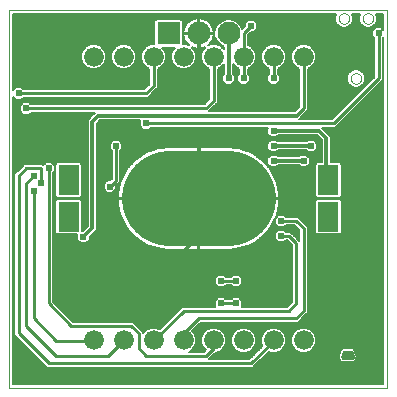
<source format=gbl>
G75*
G70*
%OFA0B0*%
%FSLAX24Y24*%
%IPPOS*%
%LPD*%
%AMOC8*
5,1,8,0,0,1.08239X$1,22.5*
%
%ADD10C,0.0000*%
%ADD11C,0.0660*%
%ADD12R,0.0700X0.1000*%
%ADD13C,0.3150*%
%ADD14R,0.0760X0.0760*%
%ADD15C,0.0760*%
%ADD16C,0.0001*%
%ADD17C,0.0120*%
%ADD18C,0.0238*%
%ADD19C,0.0060*%
%ADD20C,0.0100*%
D10*
X001553Y000683D02*
X001553Y013281D01*
X014151Y013281D01*
X014151Y000683D01*
X001553Y000683D01*
X012614Y001710D02*
X012626Y001738D01*
X012633Y001765D01*
X012645Y001793D01*
X012653Y001820D01*
X012665Y001852D01*
X012677Y001880D01*
X012685Y001907D01*
X012937Y001907D01*
X012968Y001907D01*
X012976Y001880D01*
X012988Y001852D01*
X012996Y001820D01*
X013007Y001793D01*
X013019Y001765D01*
X013027Y001738D01*
X013039Y001710D01*
X013027Y001687D01*
X013015Y001659D01*
X013004Y001635D01*
X012645Y001635D01*
X012637Y001659D01*
X012626Y001687D01*
X012614Y001710D01*
X012931Y010986D02*
X012933Y011012D01*
X012939Y011038D01*
X012948Y011062D01*
X012961Y011085D01*
X012978Y011105D01*
X012997Y011123D01*
X013019Y011138D01*
X013042Y011149D01*
X013067Y011157D01*
X013093Y011161D01*
X013119Y011161D01*
X013145Y011157D01*
X013170Y011149D01*
X013194Y011138D01*
X013215Y011123D01*
X013234Y011105D01*
X013251Y011085D01*
X013264Y011062D01*
X013273Y011038D01*
X013279Y011012D01*
X013281Y010986D01*
X013279Y010960D01*
X013273Y010934D01*
X013264Y010910D01*
X013251Y010887D01*
X013234Y010867D01*
X013215Y010849D01*
X013193Y010834D01*
X013170Y010823D01*
X013145Y010815D01*
X013119Y010811D01*
X013093Y010811D01*
X013067Y010815D01*
X013042Y010823D01*
X013018Y010834D01*
X012997Y010849D01*
X012978Y010867D01*
X012961Y010887D01*
X012948Y010910D01*
X012939Y010934D01*
X012933Y010960D01*
X012931Y010986D01*
X012531Y012986D02*
X012533Y013012D01*
X012539Y013038D01*
X012548Y013062D01*
X012561Y013085D01*
X012578Y013105D01*
X012597Y013123D01*
X012619Y013138D01*
X012642Y013149D01*
X012667Y013157D01*
X012693Y013161D01*
X012719Y013161D01*
X012745Y013157D01*
X012770Y013149D01*
X012794Y013138D01*
X012815Y013123D01*
X012834Y013105D01*
X012851Y013085D01*
X012864Y013062D01*
X012873Y013038D01*
X012879Y013012D01*
X012881Y012986D01*
X012879Y012960D01*
X012873Y012934D01*
X012864Y012910D01*
X012851Y012887D01*
X012834Y012867D01*
X012815Y012849D01*
X012793Y012834D01*
X012770Y012823D01*
X012745Y012815D01*
X012719Y012811D01*
X012693Y012811D01*
X012667Y012815D01*
X012642Y012823D01*
X012618Y012834D01*
X012597Y012849D01*
X012578Y012867D01*
X012561Y012887D01*
X012548Y012910D01*
X012539Y012934D01*
X012533Y012960D01*
X012531Y012986D01*
X013331Y012986D02*
X013333Y013012D01*
X013339Y013038D01*
X013348Y013062D01*
X013361Y013085D01*
X013378Y013105D01*
X013397Y013123D01*
X013419Y013138D01*
X013442Y013149D01*
X013467Y013157D01*
X013493Y013161D01*
X013519Y013161D01*
X013545Y013157D01*
X013570Y013149D01*
X013594Y013138D01*
X013615Y013123D01*
X013634Y013105D01*
X013651Y013085D01*
X013664Y013062D01*
X013673Y013038D01*
X013679Y013012D01*
X013681Y012986D01*
X013679Y012960D01*
X013673Y012934D01*
X013664Y012910D01*
X013651Y012887D01*
X013634Y012867D01*
X013615Y012849D01*
X013593Y012834D01*
X013570Y012823D01*
X013545Y012815D01*
X013519Y012811D01*
X013493Y012811D01*
X013467Y012815D01*
X013442Y012823D01*
X013418Y012834D01*
X013397Y012849D01*
X013378Y012867D01*
X013361Y012887D01*
X013348Y012910D01*
X013339Y012934D01*
X013333Y012960D01*
X013331Y012986D01*
D11*
X011356Y011710D03*
X010356Y011710D03*
X009356Y011710D03*
X008356Y011710D03*
X007356Y011710D03*
X006356Y011710D03*
X005356Y011710D03*
X004356Y011710D03*
X004356Y002261D03*
X005356Y002261D03*
X006356Y002261D03*
X007356Y002261D03*
X008356Y002261D03*
X009356Y002261D03*
X010356Y002261D03*
X011356Y002261D03*
D12*
X012187Y006376D03*
X012187Y007596D03*
X003525Y007596D03*
X003525Y006376D03*
D13*
X006872Y006986D02*
X008840Y006986D01*
D14*
X006856Y012486D03*
D15*
X007856Y012486D03*
X008856Y012486D03*
D16*
X012684Y001906D02*
X012968Y001906D01*
X012969Y001905D02*
X012684Y001905D01*
X012684Y001904D02*
X012969Y001904D01*
X012969Y001903D02*
X012684Y001903D01*
X012683Y001902D02*
X012969Y001902D01*
X012970Y001901D02*
X012683Y001901D01*
X012683Y001900D02*
X012970Y001900D01*
X012970Y001899D02*
X012682Y001899D01*
X012682Y001898D02*
X012971Y001898D01*
X012971Y001897D02*
X012682Y001897D01*
X012682Y001896D02*
X012971Y001896D01*
X012971Y001895D02*
X012681Y001895D01*
X012681Y001894D02*
X012972Y001894D01*
X012972Y001893D02*
X012681Y001893D01*
X012680Y001892D02*
X012972Y001892D01*
X012973Y001891D02*
X012680Y001891D01*
X012680Y001890D02*
X012973Y001890D01*
X012973Y001889D02*
X012680Y001889D01*
X012679Y001888D02*
X012973Y001888D01*
X012974Y001887D02*
X012679Y001887D01*
X012679Y001886D02*
X012974Y001886D01*
X012974Y001885D02*
X012678Y001885D01*
X012678Y001884D02*
X012975Y001884D01*
X012975Y001883D02*
X012678Y001883D01*
X012678Y001882D02*
X012975Y001882D01*
X012975Y001881D02*
X012677Y001881D01*
X012677Y001880D02*
X012976Y001880D01*
X012976Y001879D02*
X012677Y001879D01*
X012676Y001878D02*
X012976Y001878D01*
X012977Y001877D02*
X012676Y001877D01*
X012675Y001876D02*
X012977Y001876D01*
X012978Y001875D02*
X012675Y001875D01*
X012675Y001874D02*
X012978Y001874D01*
X012979Y001873D02*
X012674Y001873D01*
X012674Y001872D02*
X012979Y001872D01*
X012979Y001871D02*
X012673Y001871D01*
X012673Y001870D02*
X012980Y001870D01*
X012980Y001869D02*
X012672Y001869D01*
X012672Y001868D02*
X012981Y001868D01*
X012981Y001867D02*
X012672Y001867D01*
X012671Y001866D02*
X012982Y001866D01*
X012982Y001865D02*
X012671Y001865D01*
X012670Y001864D02*
X012982Y001864D01*
X012983Y001863D02*
X012670Y001863D01*
X012669Y001862D02*
X012983Y001862D01*
X012984Y001861D02*
X012669Y001861D01*
X012669Y001860D02*
X012984Y001860D01*
X012985Y001859D02*
X012668Y001859D01*
X012668Y001858D02*
X012985Y001858D01*
X012985Y001857D02*
X012667Y001857D01*
X012667Y001856D02*
X012986Y001856D01*
X012986Y001855D02*
X012666Y001855D01*
X012666Y001854D02*
X012987Y001854D01*
X012987Y001853D02*
X012666Y001853D01*
X012665Y001852D02*
X012988Y001852D01*
X012988Y001851D02*
X012665Y001851D01*
X012664Y001850D02*
X012988Y001850D01*
X012988Y001849D02*
X012664Y001849D01*
X012664Y001848D02*
X012989Y001848D01*
X012989Y001847D02*
X012663Y001847D01*
X012663Y001846D02*
X012989Y001846D01*
X012989Y001845D02*
X012663Y001845D01*
X012662Y001844D02*
X012990Y001844D01*
X012990Y001843D02*
X012662Y001843D01*
X012661Y001842D02*
X012990Y001842D01*
X012990Y001841D02*
X012661Y001841D01*
X012661Y001840D02*
X012991Y001840D01*
X012991Y001839D02*
X012660Y001839D01*
X012660Y001838D02*
X012991Y001838D01*
X012991Y001837D02*
X012660Y001837D01*
X012659Y001836D02*
X012992Y001836D01*
X012992Y001835D02*
X012659Y001835D01*
X012658Y001834D02*
X012992Y001834D01*
X012992Y001833D02*
X012658Y001833D01*
X012993Y001833D01*
X012993Y001832D02*
X012657Y001832D01*
X012657Y001831D02*
X012993Y001831D01*
X012993Y001830D02*
X012657Y001830D01*
X012656Y001829D02*
X012994Y001829D01*
X012994Y001828D02*
X012656Y001828D01*
X012655Y001827D02*
X012994Y001827D01*
X012994Y001826D02*
X012655Y001826D01*
X012655Y001825D02*
X012995Y001825D01*
X012995Y001824D02*
X012654Y001824D01*
X012654Y001823D02*
X012995Y001823D01*
X012995Y001822D02*
X012654Y001822D01*
X012653Y001821D02*
X012996Y001821D01*
X012996Y001820D02*
X012653Y001820D01*
X012653Y001819D02*
X012997Y001819D01*
X012997Y001818D02*
X012652Y001818D01*
X012652Y001817D02*
X012997Y001817D01*
X012998Y001816D02*
X012652Y001816D01*
X012651Y001815D02*
X012998Y001815D01*
X012999Y001814D02*
X012651Y001814D01*
X012651Y001813D02*
X012999Y001813D01*
X013000Y001812D02*
X012651Y001812D01*
X012650Y001811D02*
X013000Y001811D01*
X013000Y001810D02*
X012650Y001810D01*
X012650Y001809D02*
X013001Y001809D01*
X013001Y001808D02*
X012649Y001808D01*
X012649Y001807D02*
X013002Y001807D01*
X013002Y001806D02*
X012649Y001806D01*
X012649Y001805D02*
X013003Y001805D01*
X013003Y001804D02*
X012648Y001804D01*
X012648Y001803D02*
X013003Y001803D01*
X013004Y001802D02*
X012648Y001802D01*
X012647Y001801D02*
X013004Y001801D01*
X013005Y001800D02*
X012647Y001800D01*
X012647Y001799D02*
X013005Y001799D01*
X013005Y001798D02*
X012647Y001798D01*
X012646Y001797D02*
X013006Y001797D01*
X013006Y001796D02*
X012646Y001796D01*
X012646Y001795D02*
X013007Y001795D01*
X013007Y001794D02*
X012645Y001794D01*
X012645Y001793D02*
X013008Y001793D01*
X013008Y001792D02*
X012645Y001792D01*
X012644Y001791D02*
X013008Y001791D01*
X013009Y001790D02*
X012644Y001790D01*
X012643Y001789D02*
X013009Y001789D01*
X013010Y001788D02*
X012643Y001788D01*
X012643Y001787D02*
X013010Y001787D01*
X013011Y001786D02*
X012642Y001786D01*
X012642Y001785D02*
X013011Y001785D01*
X013011Y001784D02*
X012641Y001784D01*
X012641Y001783D02*
X013012Y001783D01*
X013012Y001782D02*
X012640Y001782D01*
X012640Y001781D02*
X013013Y001781D01*
X013013Y001780D02*
X012640Y001780D01*
X012639Y001779D02*
X013014Y001779D01*
X013014Y001778D02*
X012639Y001778D01*
X012638Y001777D02*
X013014Y001777D01*
X013015Y001776D02*
X012638Y001776D01*
X012637Y001775D02*
X013015Y001775D01*
X013016Y001774D02*
X012637Y001774D01*
X012637Y001773D02*
X013016Y001773D01*
X013017Y001772D02*
X012636Y001772D01*
X012636Y001771D02*
X013017Y001771D01*
X013017Y001770D02*
X012635Y001770D01*
X012635Y001769D02*
X013018Y001769D01*
X013018Y001768D02*
X012634Y001768D01*
X012634Y001767D02*
X013019Y001767D01*
X013019Y001766D02*
X012634Y001766D01*
X012633Y001765D02*
X013020Y001765D01*
X013020Y001764D02*
X012633Y001764D01*
X012633Y001763D02*
X013020Y001763D01*
X013020Y001762D02*
X012632Y001762D01*
X012632Y001761D02*
X013021Y001761D01*
X013021Y001760D02*
X012632Y001760D01*
X012632Y001759D02*
X013021Y001759D01*
X013022Y001758D02*
X012631Y001758D01*
X012631Y001757D02*
X013022Y001757D01*
X013022Y001756D02*
X012631Y001756D01*
X012630Y001755D02*
X013022Y001755D01*
X013023Y001754D02*
X012630Y001754D01*
X012630Y001753D02*
X013023Y001753D01*
X013023Y001752D02*
X012630Y001752D01*
X012629Y001751D02*
X013024Y001751D01*
X013024Y001750D02*
X012629Y001750D01*
X012629Y001749D02*
X013024Y001749D01*
X013024Y001748D02*
X012628Y001748D01*
X012628Y001747D02*
X013025Y001747D01*
X013025Y001746D02*
X012628Y001746D01*
X012628Y001745D02*
X013025Y001745D01*
X013026Y001744D02*
X012627Y001744D01*
X012627Y001743D02*
X013026Y001743D01*
X013026Y001742D02*
X012627Y001742D01*
X012626Y001741D02*
X013026Y001741D01*
X013027Y001740D02*
X012626Y001740D01*
X012626Y001739D02*
X013027Y001739D01*
X013027Y001738D02*
X012626Y001738D01*
X012625Y001737D02*
X013028Y001737D01*
X013028Y001736D02*
X012625Y001736D01*
X012624Y001735D02*
X013029Y001735D01*
X013029Y001734D02*
X012624Y001734D01*
X012623Y001733D02*
X013029Y001733D01*
X013030Y001732D02*
X012623Y001732D01*
X012623Y001731D02*
X013030Y001731D01*
X013031Y001730D02*
X012622Y001730D01*
X012622Y001729D02*
X013031Y001729D01*
X013032Y001728D02*
X012621Y001728D01*
X012621Y001727D02*
X013032Y001727D01*
X013032Y001726D02*
X012620Y001726D01*
X012620Y001725D02*
X013033Y001725D01*
X013033Y001724D02*
X012620Y001724D01*
X012619Y001723D02*
X013034Y001723D01*
X013034Y001722D02*
X012619Y001722D01*
X012618Y001721D02*
X013035Y001721D01*
X013035Y001720D02*
X012618Y001720D01*
X012617Y001719D02*
X013035Y001719D01*
X013036Y001718D02*
X012617Y001718D01*
X012617Y001717D02*
X013036Y001717D01*
X013037Y001716D02*
X012616Y001716D01*
X012616Y001715D02*
X013037Y001715D01*
X013038Y001714D02*
X012615Y001714D01*
X012615Y001713D02*
X013038Y001713D01*
X013038Y001712D02*
X012614Y001712D01*
X012614Y001711D02*
X013039Y001711D01*
X013039Y001710D02*
X012614Y001710D01*
X012615Y001709D02*
X013038Y001709D01*
X013038Y001708D02*
X012615Y001708D01*
X012616Y001707D02*
X013037Y001707D01*
X013037Y001706D02*
X012616Y001706D01*
X012617Y001705D02*
X013036Y001705D01*
X013036Y001704D02*
X012617Y001704D01*
X012618Y001703D02*
X013035Y001703D01*
X013035Y001702D02*
X012618Y001702D01*
X012619Y001701D02*
X013034Y001701D01*
X013034Y001700D02*
X012619Y001700D01*
X012620Y001699D02*
X013033Y001699D01*
X013033Y001698D02*
X012620Y001698D01*
X012621Y001697D02*
X013032Y001697D01*
X013032Y001696D02*
X012621Y001696D01*
X012622Y001695D02*
X013031Y001695D01*
X013031Y001694D02*
X012622Y001694D01*
X012623Y001693D02*
X013030Y001693D01*
X013030Y001692D02*
X012623Y001692D01*
X012624Y001691D02*
X013029Y001691D01*
X013029Y001690D02*
X012624Y001690D01*
X012625Y001689D02*
X013028Y001689D01*
X013028Y001688D02*
X012625Y001688D01*
X012626Y001687D02*
X013027Y001687D01*
X013027Y001686D02*
X012626Y001686D01*
X012626Y001685D02*
X013026Y001685D01*
X013026Y001684D02*
X012627Y001684D01*
X012627Y001683D02*
X013025Y001683D01*
X013025Y001682D02*
X012628Y001682D01*
X012628Y001681D02*
X013025Y001681D01*
X013024Y001680D02*
X012629Y001680D01*
X012629Y001679D02*
X013024Y001679D01*
X013023Y001678D02*
X012629Y001678D01*
X012630Y001677D02*
X013023Y001677D01*
X013022Y001676D02*
X012630Y001676D01*
X012631Y001675D02*
X013022Y001675D01*
X013022Y001674D02*
X012631Y001674D01*
X012632Y001673D02*
X013021Y001673D01*
X013021Y001672D02*
X012632Y001672D01*
X012632Y001671D02*
X013020Y001671D01*
X013020Y001670D02*
X012633Y001670D01*
X012633Y001669D02*
X013019Y001669D01*
X013019Y001668D02*
X012634Y001668D01*
X012634Y001667D02*
X013019Y001667D01*
X013018Y001666D02*
X012635Y001666D01*
X012635Y001665D02*
X013018Y001665D01*
X013017Y001664D02*
X012635Y001664D01*
X012636Y001663D02*
X013017Y001663D01*
X013016Y001662D02*
X012636Y001662D01*
X012637Y001661D02*
X013016Y001661D01*
X013016Y001660D02*
X012637Y001660D01*
X012638Y001659D02*
X013015Y001659D01*
X013015Y001658D02*
X012638Y001658D01*
X012638Y001657D02*
X013014Y001657D01*
X013014Y001656D02*
X012639Y001656D01*
X012639Y001655D02*
X013013Y001655D01*
X013013Y001654D02*
X012639Y001654D01*
X012640Y001653D02*
X013012Y001653D01*
X013012Y001652D02*
X012640Y001652D01*
X012640Y001651D02*
X013011Y001651D01*
X013011Y001650D02*
X012641Y001650D01*
X012641Y001649D02*
X013010Y001649D01*
X013010Y001648D02*
X012641Y001648D01*
X012642Y001647D02*
X013009Y001647D01*
X013009Y001646D02*
X012642Y001646D01*
X012642Y001645D02*
X013008Y001645D01*
X013008Y001644D02*
X012643Y001644D01*
X012643Y001643D02*
X013007Y001643D01*
X013007Y001642D02*
X012643Y001642D01*
X012644Y001641D02*
X013006Y001641D01*
X013006Y001640D02*
X012644Y001640D01*
X012644Y001639D02*
X013005Y001639D01*
X013005Y001638D02*
X012645Y001638D01*
X012645Y001637D02*
X013004Y001637D01*
X013004Y001636D02*
X012645Y001636D01*
D17*
X007856Y005736D02*
X006856Y004736D01*
X007856Y005736D02*
X007856Y006986D01*
X007856Y009236D01*
X007856Y010236D02*
X007856Y012486D01*
X008856Y012486D02*
X008856Y010986D01*
X010356Y009236D02*
X011856Y009236D01*
X012106Y008986D01*
X012106Y007677D01*
X012187Y007596D01*
X012187Y007655D01*
X011937Y007655D01*
X011356Y008236D02*
X010356Y008236D01*
X010356Y008736D02*
X011606Y008736D01*
X011106Y009736D02*
X004504Y009736D01*
X004309Y009541D01*
X004309Y005998D01*
X004013Y005702D01*
D18*
X004013Y005702D03*
X002356Y007236D03*
X002606Y007486D03*
X002356Y007736D03*
X002856Y007986D03*
X004899Y007376D03*
X005106Y008736D03*
X006106Y009486D03*
X007856Y009236D03*
X007856Y010236D03*
X008856Y010986D03*
X009356Y010986D03*
X010356Y010986D03*
X009606Y012736D03*
X010356Y009236D03*
X010356Y008736D03*
X010356Y008236D03*
X011356Y008236D03*
X011606Y008736D03*
X010606Y006236D03*
X010606Y005736D03*
X009106Y004236D03*
X008606Y004236D03*
X008606Y003486D03*
X009106Y003486D03*
X006856Y004736D03*
X002106Y009986D03*
X001856Y010486D03*
X013856Y012486D03*
D19*
X013996Y012330D02*
X014021Y012355D01*
X014021Y000813D01*
X001683Y000813D01*
X001683Y010363D01*
X001769Y010277D01*
X001942Y010277D01*
X002012Y010346D01*
X006164Y010346D01*
X006414Y010596D01*
X006496Y010678D01*
X006496Y011314D01*
X006594Y011354D01*
X006712Y011472D01*
X006776Y011627D01*
X006776Y011794D01*
X006712Y011948D01*
X006644Y012016D01*
X007068Y012016D01*
X007000Y011948D01*
X006936Y011794D01*
X006936Y011627D01*
X007000Y011472D01*
X007118Y011354D01*
X007272Y011290D01*
X007439Y011290D01*
X007594Y011354D01*
X007712Y011472D01*
X007776Y011627D01*
X007776Y011794D01*
X007712Y011948D01*
X007633Y012027D01*
X007660Y012013D01*
X007736Y011988D01*
X007816Y011976D01*
X007826Y011976D01*
X007826Y012456D01*
X007346Y012456D01*
X007346Y012446D01*
X007358Y012366D01*
X007383Y012290D01*
X007420Y012219D01*
X007467Y012154D01*
X007524Y012097D01*
X007528Y012093D01*
X007439Y012130D01*
X007326Y012130D01*
X007326Y012903D01*
X007273Y012956D01*
X006439Y012956D01*
X006386Y012903D01*
X006386Y012130D01*
X006272Y012130D01*
X006118Y012066D01*
X006000Y011948D01*
X005936Y011794D01*
X005936Y011627D01*
X006000Y011472D01*
X006118Y011354D01*
X006216Y011314D01*
X006216Y010794D01*
X006048Y010626D01*
X002012Y010626D01*
X001942Y010695D01*
X001769Y010695D01*
X001683Y010608D01*
X001683Y013151D01*
X012444Y013151D01*
X012401Y013046D01*
X012401Y012925D01*
X012447Y012813D01*
X012533Y012727D01*
X012645Y012681D01*
X012767Y012681D01*
X012879Y012727D01*
X012964Y012813D01*
X013011Y012925D01*
X013011Y013046D01*
X012968Y013151D01*
X013244Y013151D01*
X013201Y013046D01*
X013201Y012925D01*
X013247Y012813D01*
X013333Y012727D01*
X013445Y012681D01*
X013567Y012681D01*
X013679Y012727D01*
X013764Y012813D01*
X013811Y012925D01*
X013811Y013046D01*
X013768Y013151D01*
X014021Y013151D01*
X014021Y012616D01*
X013942Y012695D01*
X013769Y012695D01*
X013647Y012572D01*
X013647Y012399D01*
X013716Y012330D01*
X013716Y011044D01*
X012298Y009626D01*
X011208Y009626D01*
X011256Y009674D01*
X011256Y009688D01*
X011496Y009928D01*
X011496Y011314D01*
X011594Y011354D01*
X011712Y011472D01*
X011776Y011627D01*
X011776Y011794D01*
X011712Y011948D01*
X011594Y012066D01*
X011439Y012130D01*
X011272Y012130D01*
X011118Y012066D01*
X011000Y011948D01*
X010936Y011794D01*
X010936Y011627D01*
X011000Y011472D01*
X011118Y011354D01*
X011216Y011314D01*
X011216Y010044D01*
X011058Y009886D01*
X008204Y009886D01*
X008414Y010096D01*
X008496Y010178D01*
X008496Y011314D01*
X008594Y011354D01*
X008706Y011466D01*
X008706Y011131D01*
X008647Y011072D01*
X008647Y010899D01*
X008496Y010899D01*
X008496Y010957D02*
X008647Y010957D01*
X008647Y010899D02*
X008769Y010777D01*
X008942Y010777D01*
X009065Y010899D01*
X009065Y011072D01*
X009006Y011131D01*
X009006Y011466D01*
X009118Y011354D01*
X009216Y011314D01*
X009216Y011141D01*
X009147Y011072D01*
X009147Y010899D01*
X009065Y010899D01*
X009065Y010957D02*
X009147Y010957D01*
X009147Y010899D02*
X009269Y010777D01*
X009442Y010777D01*
X009565Y010899D01*
X009565Y011072D01*
X009496Y011141D01*
X009496Y011314D01*
X009594Y011354D01*
X009712Y011472D01*
X009776Y011627D01*
X009776Y011794D01*
X009712Y011948D01*
X009594Y012066D01*
X009496Y012107D01*
X009496Y012428D01*
X009595Y012527D01*
X009692Y012527D01*
X009815Y012649D01*
X009815Y012822D01*
X009692Y012945D01*
X009519Y012945D01*
X009397Y012822D01*
X009397Y012725D01*
X009304Y012632D01*
X009254Y012752D01*
X009122Y012884D01*
X008949Y012956D01*
X008762Y012956D01*
X008590Y012884D01*
X008457Y012752D01*
X008386Y012579D01*
X008386Y012392D01*
X008457Y012220D01*
X008590Y012087D01*
X008706Y012039D01*
X008706Y011954D01*
X008594Y012066D01*
X008439Y012130D01*
X008272Y012130D01*
X008183Y012093D01*
X008188Y012097D01*
X008245Y012154D01*
X008292Y012219D01*
X008329Y012290D01*
X008353Y012366D01*
X008366Y012446D01*
X008366Y012456D01*
X007886Y012456D01*
X007886Y012516D01*
X007826Y012516D01*
X007826Y012996D01*
X007816Y012996D01*
X007736Y012983D01*
X007660Y012958D01*
X007589Y012922D01*
X007524Y012875D01*
X007467Y012818D01*
X007420Y012753D01*
X007383Y012682D01*
X007358Y012605D01*
X007346Y012526D01*
X007346Y012516D01*
X007826Y012516D01*
X007826Y012456D01*
X007886Y012456D01*
X007886Y011976D01*
X007896Y011976D01*
X007975Y011988D01*
X008052Y012013D01*
X008079Y012027D01*
X008000Y011948D01*
X007936Y011794D01*
X007936Y011627D01*
X008000Y011472D01*
X008118Y011354D01*
X008216Y011314D01*
X008216Y010294D01*
X008048Y010126D01*
X002262Y010126D01*
X002192Y010195D01*
X002019Y010195D01*
X001897Y010072D01*
X001897Y009899D01*
X002019Y009777D01*
X002192Y009777D01*
X002262Y009846D01*
X004401Y009846D01*
X004247Y009691D01*
X004159Y009603D01*
X004159Y006060D01*
X004010Y005911D01*
X003965Y005911D01*
X003965Y006913D01*
X003912Y006966D01*
X003138Y006966D01*
X003085Y006913D01*
X003085Y005838D01*
X003138Y005786D01*
X003804Y005786D01*
X003804Y005616D01*
X003927Y005493D01*
X004100Y005493D01*
X004222Y005616D01*
X004222Y005699D01*
X004459Y005936D01*
X004459Y009479D01*
X004566Y009586D01*
X005910Y009586D01*
X005897Y009572D01*
X005897Y009399D01*
X006019Y009277D01*
X006192Y009277D01*
X006262Y009346D01*
X010170Y009346D01*
X010147Y009322D01*
X010147Y009149D01*
X010269Y009027D01*
X004459Y009027D01*
X004459Y009085D02*
X010211Y009085D01*
X010269Y009027D02*
X010442Y009027D01*
X010502Y009086D01*
X011794Y009086D01*
X011956Y008924D01*
X011956Y008186D01*
X011799Y008186D01*
X011747Y008133D01*
X011747Y007059D01*
X011799Y007006D01*
X012574Y007006D01*
X012627Y007059D01*
X012627Y008133D01*
X012574Y008186D01*
X012256Y008186D01*
X012256Y009048D01*
X012168Y009136D01*
X011958Y009346D01*
X012414Y009346D01*
X013914Y010846D01*
X013996Y010928D01*
X013996Y012330D01*
X013996Y012303D02*
X014021Y012303D01*
X014021Y012244D02*
X013996Y012244D01*
X013996Y012186D02*
X014021Y012186D01*
X014021Y012127D02*
X013996Y012127D01*
X013996Y012069D02*
X014021Y012069D01*
X014021Y012010D02*
X013996Y012010D01*
X013996Y011952D02*
X014021Y011952D01*
X014021Y011893D02*
X013996Y011893D01*
X013996Y011835D02*
X014021Y011835D01*
X014021Y011776D02*
X013996Y011776D01*
X013996Y011718D02*
X014021Y011718D01*
X014021Y011659D02*
X013996Y011659D01*
X013996Y011601D02*
X014021Y011601D01*
X014021Y011542D02*
X013996Y011542D01*
X013996Y011484D02*
X014021Y011484D01*
X014021Y011425D02*
X013996Y011425D01*
X013996Y011367D02*
X014021Y011367D01*
X014021Y011308D02*
X013996Y011308D01*
X013996Y011250D02*
X014021Y011250D01*
X014021Y011191D02*
X013996Y011191D01*
X013996Y011133D02*
X014021Y011133D01*
X014021Y011074D02*
X013996Y011074D01*
X013996Y011016D02*
X014021Y011016D01*
X014021Y010957D02*
X013996Y010957D01*
X014021Y010899D02*
X013967Y010899D01*
X014021Y010840D02*
X013908Y010840D01*
X013850Y010782D02*
X014021Y010782D01*
X014021Y010723D02*
X013791Y010723D01*
X013733Y010665D02*
X014021Y010665D01*
X014021Y010606D02*
X013674Y010606D01*
X013616Y010548D02*
X014021Y010548D01*
X014021Y010489D02*
X013557Y010489D01*
X013499Y010431D02*
X014021Y010431D01*
X014021Y010372D02*
X013440Y010372D01*
X013382Y010314D02*
X014021Y010314D01*
X014021Y010255D02*
X013323Y010255D01*
X013265Y010197D02*
X014021Y010197D01*
X014021Y010138D02*
X013206Y010138D01*
X013148Y010080D02*
X014021Y010080D01*
X014021Y010021D02*
X013089Y010021D01*
X013031Y009963D02*
X014021Y009963D01*
X014021Y009904D02*
X012972Y009904D01*
X012914Y009846D02*
X014021Y009846D01*
X014021Y009787D02*
X012855Y009787D01*
X012797Y009729D02*
X014021Y009729D01*
X014021Y009670D02*
X012738Y009670D01*
X012680Y009612D02*
X014021Y009612D01*
X014021Y009553D02*
X012621Y009553D01*
X012563Y009495D02*
X014021Y009495D01*
X014021Y009436D02*
X012504Y009436D01*
X012446Y009378D02*
X014021Y009378D01*
X014021Y009319D02*
X011984Y009319D01*
X012043Y009261D02*
X014021Y009261D01*
X014021Y009202D02*
X012101Y009202D01*
X012160Y009144D02*
X014021Y009144D01*
X014021Y009085D02*
X012219Y009085D01*
X012256Y009027D02*
X014021Y009027D01*
X014021Y008968D02*
X012256Y008968D01*
X012256Y008910D02*
X014021Y008910D01*
X014021Y008851D02*
X012256Y008851D01*
X012256Y008793D02*
X014021Y008793D01*
X014021Y008734D02*
X012256Y008734D01*
X012256Y008676D02*
X014021Y008676D01*
X014021Y008617D02*
X012256Y008617D01*
X012256Y008559D02*
X014021Y008559D01*
X014021Y008500D02*
X012256Y008500D01*
X012256Y008442D02*
X014021Y008442D01*
X014021Y008383D02*
X012256Y008383D01*
X012256Y008325D02*
X014021Y008325D01*
X014021Y008266D02*
X012256Y008266D01*
X012256Y008208D02*
X014021Y008208D01*
X014021Y008149D02*
X012611Y008149D01*
X012627Y008091D02*
X014021Y008091D01*
X014021Y008032D02*
X012627Y008032D01*
X012627Y007974D02*
X014021Y007974D01*
X014021Y007915D02*
X012627Y007915D01*
X012627Y007857D02*
X014021Y007857D01*
X014021Y007798D02*
X012627Y007798D01*
X012627Y007740D02*
X014021Y007740D01*
X014021Y007681D02*
X012627Y007681D01*
X012627Y007623D02*
X014021Y007623D01*
X014021Y007564D02*
X012627Y007564D01*
X012627Y007506D02*
X014021Y007506D01*
X014021Y007447D02*
X012627Y007447D01*
X012627Y007389D02*
X014021Y007389D01*
X014021Y007330D02*
X012627Y007330D01*
X012627Y007272D02*
X014021Y007272D01*
X014021Y007213D02*
X012627Y007213D01*
X012627Y007155D02*
X014021Y007155D01*
X014021Y007096D02*
X012627Y007096D01*
X012606Y007038D02*
X014021Y007038D01*
X014021Y006979D02*
X007886Y006979D01*
X007886Y006956D02*
X007886Y007016D01*
X007826Y007016D01*
X007826Y008691D01*
X006797Y008691D01*
X006649Y008678D01*
X006502Y008652D01*
X006359Y008613D01*
X006219Y008562D01*
X006084Y008499D01*
X005955Y008425D01*
X005833Y008340D01*
X005719Y008244D01*
X005614Y008139D01*
X005518Y008025D01*
X005432Y007903D01*
X005358Y007774D01*
X005295Y007639D01*
X005244Y007499D01*
X005206Y007355D01*
X005180Y007209D01*
X005167Y007060D01*
X005167Y007016D01*
X007826Y007016D01*
X007826Y006956D01*
X005167Y006956D01*
X005167Y006911D01*
X005180Y006763D01*
X005206Y006616D01*
X005244Y006473D01*
X005295Y006333D01*
X005358Y006198D01*
X005432Y006069D01*
X005518Y005947D01*
X005614Y005833D01*
X005719Y005728D01*
X005833Y005632D01*
X005955Y005547D01*
X006084Y005472D01*
X006219Y005409D01*
X006359Y005358D01*
X006502Y005320D01*
X006649Y005294D01*
X006797Y005281D01*
X007826Y005281D01*
X007826Y006956D01*
X007886Y006956D01*
X010545Y006956D01*
X010545Y006911D01*
X010532Y006763D01*
X010506Y006616D01*
X010468Y006473D01*
X010422Y006348D01*
X010519Y006445D01*
X010692Y006445D01*
X010762Y006376D01*
X011164Y006376D01*
X011246Y006294D01*
X011496Y006044D01*
X011496Y003178D01*
X011414Y003096D01*
X011164Y002846D01*
X007914Y002846D01*
X007640Y002572D01*
X007712Y002499D01*
X007776Y002345D01*
X007776Y002178D01*
X007712Y002024D01*
X007594Y001905D01*
X007523Y001876D01*
X008048Y001876D01*
X008098Y001926D01*
X008000Y002024D01*
X007936Y002178D01*
X007936Y002345D01*
X008000Y002499D01*
X008118Y002617D01*
X008272Y002681D01*
X008439Y002681D01*
X008594Y002617D01*
X008712Y002499D01*
X008776Y002345D01*
X008776Y002178D01*
X008712Y002024D01*
X008594Y001905D01*
X008439Y001841D01*
X008409Y001841D01*
X008194Y001626D01*
X009548Y001626D01*
X009984Y002062D01*
X009936Y002178D01*
X009936Y002345D01*
X010000Y002499D01*
X010118Y002617D01*
X010272Y002681D01*
X010439Y002681D01*
X010594Y002617D01*
X010712Y002499D01*
X010776Y002345D01*
X010776Y002178D01*
X010712Y002024D01*
X010594Y001905D01*
X010439Y001841D01*
X010272Y001841D01*
X010193Y001874D01*
X009746Y001428D01*
X009664Y001346D01*
X002798Y001346D01*
X001716Y002428D01*
X001716Y007794D01*
X001966Y008044D01*
X001966Y008044D01*
X002048Y008126D01*
X002664Y008126D01*
X002682Y008108D01*
X002769Y008195D01*
X002942Y008195D01*
X003065Y008072D01*
X003065Y007899D01*
X002996Y007830D01*
X002996Y003544D01*
X003664Y002876D01*
X005664Y002876D01*
X005914Y002626D01*
X005996Y002544D01*
X005996Y002490D01*
X006000Y002499D01*
X006118Y002617D01*
X006272Y002681D01*
X006439Y002681D01*
X006555Y002633D01*
X007298Y003376D01*
X008420Y003376D01*
X008397Y003399D01*
X008397Y003572D01*
X008519Y003695D01*
X008692Y003695D01*
X008762Y003626D01*
X008950Y003626D01*
X009019Y003695D01*
X009192Y003695D01*
X009315Y003572D01*
X009315Y003399D01*
X009292Y003376D01*
X010798Y003376D01*
X010966Y003544D01*
X010966Y005428D01*
X010798Y005596D01*
X010762Y005596D01*
X010692Y005527D01*
X010519Y005527D01*
X010397Y005649D01*
X010397Y005822D01*
X010519Y005945D01*
X010692Y005945D01*
X010762Y005876D01*
X010914Y005876D01*
X010996Y005794D01*
X011216Y005574D01*
X011216Y005928D01*
X011048Y006096D01*
X010762Y006096D01*
X010692Y006027D01*
X010519Y006027D01*
X010397Y006149D01*
X010397Y006290D01*
X010354Y006198D01*
X010279Y006069D01*
X010194Y005947D01*
X010098Y005833D01*
X009993Y005728D01*
X009879Y005632D01*
X009757Y005547D01*
X009628Y005472D01*
X009493Y005409D01*
X009353Y005358D01*
X009209Y005320D01*
X009063Y005294D01*
X008915Y005281D01*
X007886Y005281D01*
X007886Y006956D01*
X007886Y006921D02*
X007826Y006921D01*
X007826Y006979D02*
X004459Y006979D01*
X004459Y006921D02*
X005167Y006921D01*
X005171Y006862D02*
X004459Y006862D01*
X004459Y006804D02*
X005176Y006804D01*
X005183Y006745D02*
X004459Y006745D01*
X004459Y006687D02*
X005193Y006687D01*
X005204Y006628D02*
X004459Y006628D01*
X004459Y006570D02*
X005218Y006570D01*
X005234Y006511D02*
X004459Y006511D01*
X004459Y006453D02*
X005251Y006453D01*
X005273Y006394D02*
X004459Y006394D01*
X004459Y006336D02*
X005294Y006336D01*
X005321Y006277D02*
X004459Y006277D01*
X004459Y006219D02*
X005348Y006219D01*
X005380Y006160D02*
X004459Y006160D01*
X004459Y006102D02*
X005413Y006102D01*
X005450Y006043D02*
X004459Y006043D01*
X004459Y005985D02*
X005491Y005985D01*
X005535Y005926D02*
X004450Y005926D01*
X004391Y005868D02*
X005584Y005868D01*
X005637Y005809D02*
X004333Y005809D01*
X004274Y005751D02*
X005696Y005751D01*
X005761Y005692D02*
X004222Y005692D01*
X004222Y005634D02*
X005831Y005634D01*
X005914Y005575D02*
X004182Y005575D01*
X004124Y005517D02*
X006006Y005517D01*
X006113Y005458D02*
X002996Y005458D01*
X002996Y005400D02*
X006245Y005400D01*
X006422Y005341D02*
X002996Y005341D01*
X002996Y005283D02*
X006776Y005283D01*
X007826Y005283D02*
X007886Y005283D01*
X007886Y005341D02*
X007826Y005341D01*
X007826Y005400D02*
X007886Y005400D01*
X007886Y005458D02*
X007826Y005458D01*
X007826Y005517D02*
X007886Y005517D01*
X007886Y005575D02*
X007826Y005575D01*
X007826Y005634D02*
X007886Y005634D01*
X007886Y005692D02*
X007826Y005692D01*
X007826Y005751D02*
X007886Y005751D01*
X007886Y005809D02*
X007826Y005809D01*
X007826Y005868D02*
X007886Y005868D01*
X007886Y005926D02*
X007826Y005926D01*
X007826Y005985D02*
X007886Y005985D01*
X007886Y006043D02*
X007826Y006043D01*
X007826Y006102D02*
X007886Y006102D01*
X007886Y006160D02*
X007826Y006160D01*
X007826Y006219D02*
X007886Y006219D01*
X007886Y006277D02*
X007826Y006277D01*
X007826Y006336D02*
X007886Y006336D01*
X007886Y006394D02*
X007826Y006394D01*
X007826Y006453D02*
X007886Y006453D01*
X007886Y006511D02*
X007826Y006511D01*
X007826Y006570D02*
X007886Y006570D01*
X007886Y006628D02*
X007826Y006628D01*
X007826Y006687D02*
X007886Y006687D01*
X007886Y006745D02*
X007826Y006745D01*
X007826Y006804D02*
X007886Y006804D01*
X007886Y006862D02*
X007826Y006862D01*
X007886Y007016D02*
X010545Y007016D01*
X010545Y007060D01*
X010532Y007209D01*
X010506Y007355D01*
X010468Y007499D01*
X010417Y007639D01*
X010354Y007774D01*
X010279Y007903D01*
X010194Y008025D01*
X010098Y008139D01*
X009993Y008244D01*
X009879Y008340D01*
X009757Y008425D01*
X009628Y008499D01*
X009493Y008562D01*
X009353Y008613D01*
X009209Y008652D01*
X009063Y008678D01*
X008915Y008691D01*
X007886Y008691D01*
X007886Y007016D01*
X007886Y007038D02*
X007826Y007038D01*
X007826Y007096D02*
X007886Y007096D01*
X007886Y007155D02*
X007826Y007155D01*
X007826Y007213D02*
X007886Y007213D01*
X007886Y007272D02*
X007826Y007272D01*
X007826Y007330D02*
X007886Y007330D01*
X007886Y007389D02*
X007826Y007389D01*
X007826Y007447D02*
X007886Y007447D01*
X007886Y007506D02*
X007826Y007506D01*
X007826Y007564D02*
X007886Y007564D01*
X007886Y007623D02*
X007826Y007623D01*
X007826Y007681D02*
X007886Y007681D01*
X007886Y007740D02*
X007826Y007740D01*
X007826Y007798D02*
X007886Y007798D01*
X007886Y007857D02*
X007826Y007857D01*
X007826Y007915D02*
X007886Y007915D01*
X007886Y007974D02*
X007826Y007974D01*
X007826Y008032D02*
X007886Y008032D01*
X007886Y008091D02*
X007826Y008091D01*
X007826Y008149D02*
X007886Y008149D01*
X007886Y008208D02*
X007826Y008208D01*
X007826Y008266D02*
X007886Y008266D01*
X007886Y008325D02*
X007826Y008325D01*
X007826Y008383D02*
X007886Y008383D01*
X007886Y008442D02*
X007826Y008442D01*
X007826Y008500D02*
X007886Y008500D01*
X007886Y008559D02*
X007826Y008559D01*
X007826Y008617D02*
X007886Y008617D01*
X007886Y008676D02*
X007826Y008676D01*
X006639Y008676D02*
X005315Y008676D01*
X005315Y008649D02*
X005246Y008580D01*
X005246Y007524D01*
X005108Y007387D01*
X005108Y007289D01*
X004986Y007167D01*
X004813Y007167D01*
X004690Y007289D01*
X004690Y007462D01*
X004813Y007585D01*
X004910Y007585D01*
X004966Y007640D01*
X004966Y008580D01*
X004897Y008649D01*
X004897Y008822D01*
X005019Y008945D01*
X005192Y008945D01*
X005315Y008822D01*
X005315Y008649D01*
X005283Y008617D02*
X006374Y008617D01*
X006211Y008559D02*
X005246Y008559D01*
X005246Y008500D02*
X006086Y008500D01*
X005984Y008442D02*
X005246Y008442D01*
X005246Y008383D02*
X005895Y008383D01*
X005815Y008325D02*
X005246Y008325D01*
X005246Y008266D02*
X005746Y008266D01*
X005683Y008208D02*
X005246Y008208D01*
X005246Y008149D02*
X005624Y008149D01*
X005573Y008091D02*
X005246Y008091D01*
X005246Y008032D02*
X005524Y008032D01*
X005482Y007974D02*
X005246Y007974D01*
X005246Y007915D02*
X005441Y007915D01*
X005406Y007857D02*
X005246Y007857D01*
X005246Y007798D02*
X005372Y007798D01*
X005342Y007740D02*
X005246Y007740D01*
X005246Y007681D02*
X005315Y007681D01*
X005289Y007623D02*
X005246Y007623D01*
X005246Y007564D02*
X005268Y007564D01*
X005247Y007506D02*
X005227Y007506D01*
X005230Y007447D02*
X005169Y007447D01*
X005215Y007389D02*
X005110Y007389D01*
X005108Y007330D02*
X005201Y007330D01*
X005191Y007272D02*
X005091Y007272D01*
X005033Y007213D02*
X005181Y007213D01*
X005175Y007155D02*
X004459Y007155D01*
X004459Y007213D02*
X004766Y007213D01*
X004707Y007272D02*
X004459Y007272D01*
X004459Y007330D02*
X004690Y007330D01*
X004690Y007389D02*
X004459Y007389D01*
X004459Y007447D02*
X004690Y007447D01*
X004734Y007506D02*
X004459Y007506D01*
X004459Y007564D02*
X004792Y007564D01*
X004948Y007623D02*
X004459Y007623D01*
X004459Y007681D02*
X004966Y007681D01*
X004966Y007740D02*
X004459Y007740D01*
X004459Y007798D02*
X004966Y007798D01*
X004966Y007857D02*
X004459Y007857D01*
X004459Y007915D02*
X004966Y007915D01*
X004966Y007974D02*
X004459Y007974D01*
X004459Y008032D02*
X004966Y008032D01*
X004966Y008091D02*
X004459Y008091D01*
X004459Y008149D02*
X004966Y008149D01*
X004966Y008208D02*
X004459Y008208D01*
X004459Y008266D02*
X004966Y008266D01*
X004966Y008325D02*
X004459Y008325D01*
X004459Y008383D02*
X004966Y008383D01*
X004966Y008442D02*
X004459Y008442D01*
X004459Y008500D02*
X004966Y008500D01*
X004966Y008559D02*
X004459Y008559D01*
X004459Y008617D02*
X004929Y008617D01*
X004897Y008676D02*
X004459Y008676D01*
X004459Y008734D02*
X004897Y008734D01*
X004897Y008793D02*
X004459Y008793D01*
X004459Y008851D02*
X004926Y008851D01*
X004984Y008910D02*
X004459Y008910D01*
X004459Y008968D02*
X011911Y008968D01*
X011956Y008910D02*
X011728Y008910D01*
X011692Y008945D02*
X011519Y008945D01*
X011460Y008886D01*
X010502Y008886D01*
X010442Y008945D01*
X010269Y008945D01*
X010147Y008822D01*
X010147Y008649D01*
X010269Y008527D01*
X010442Y008527D01*
X010502Y008586D01*
X011460Y008586D01*
X011519Y008527D01*
X011692Y008527D01*
X011815Y008649D01*
X011815Y008822D01*
X011692Y008945D01*
X011786Y008851D02*
X011956Y008851D01*
X011956Y008793D02*
X011815Y008793D01*
X011815Y008734D02*
X011956Y008734D01*
X011956Y008676D02*
X011815Y008676D01*
X011783Y008617D02*
X011956Y008617D01*
X011956Y008559D02*
X011725Y008559D01*
X011487Y008559D02*
X010475Y008559D01*
X010442Y008445D02*
X010269Y008445D01*
X010147Y008322D01*
X010147Y008149D01*
X010269Y008027D01*
X010442Y008027D01*
X010502Y008086D01*
X011210Y008086D01*
X011269Y008027D01*
X011442Y008027D01*
X011565Y008149D01*
X011565Y008322D01*
X011442Y008445D01*
X011269Y008445D01*
X011210Y008386D01*
X010502Y008386D01*
X010442Y008445D01*
X010446Y008442D02*
X011266Y008442D01*
X011446Y008442D02*
X011956Y008442D01*
X011956Y008500D02*
X009626Y008500D01*
X009728Y008442D02*
X010266Y008442D01*
X010208Y008383D02*
X009817Y008383D01*
X009897Y008325D02*
X010149Y008325D01*
X010147Y008266D02*
X009966Y008266D01*
X010029Y008208D02*
X010147Y008208D01*
X010147Y008149D02*
X010088Y008149D01*
X010138Y008091D02*
X010205Y008091D01*
X010187Y008032D02*
X010264Y008032D01*
X010230Y007974D02*
X011747Y007974D01*
X011747Y008032D02*
X011448Y008032D01*
X011507Y008091D02*
X011747Y008091D01*
X011763Y008149D02*
X011565Y008149D01*
X011565Y008208D02*
X011956Y008208D01*
X011956Y008266D02*
X011565Y008266D01*
X011563Y008325D02*
X011956Y008325D01*
X011956Y008383D02*
X011504Y008383D01*
X011264Y008032D02*
X010448Y008032D01*
X010270Y007915D02*
X011747Y007915D01*
X011747Y007857D02*
X010306Y007857D01*
X010340Y007798D02*
X011747Y007798D01*
X011747Y007740D02*
X010370Y007740D01*
X010397Y007681D02*
X011747Y007681D01*
X011747Y007623D02*
X010423Y007623D01*
X010444Y007564D02*
X011747Y007564D01*
X011747Y007506D02*
X010465Y007506D01*
X010481Y007447D02*
X011747Y007447D01*
X011747Y007389D02*
X010497Y007389D01*
X010511Y007330D02*
X011747Y007330D01*
X011747Y007272D02*
X010521Y007272D01*
X010531Y007213D02*
X011747Y007213D01*
X011747Y007155D02*
X010537Y007155D01*
X010542Y007096D02*
X011747Y007096D01*
X011768Y007038D02*
X010545Y007038D01*
X010545Y006921D02*
X011755Y006921D01*
X011747Y006913D02*
X011799Y006966D01*
X012574Y006966D01*
X012627Y006913D01*
X012627Y005838D01*
X012574Y005786D01*
X011799Y005786D01*
X011747Y005838D01*
X011747Y006913D01*
X011747Y006862D02*
X010541Y006862D01*
X010536Y006804D02*
X011747Y006804D01*
X011747Y006745D02*
X010529Y006745D01*
X010519Y006687D02*
X011747Y006687D01*
X011747Y006628D02*
X010508Y006628D01*
X010494Y006570D02*
X011747Y006570D01*
X011747Y006511D02*
X010478Y006511D01*
X010460Y006453D02*
X011747Y006453D01*
X011747Y006394D02*
X010743Y006394D01*
X010469Y006394D02*
X010439Y006394D01*
X010397Y006277D02*
X010391Y006277D01*
X010397Y006219D02*
X010364Y006219D01*
X010332Y006160D02*
X010397Y006160D01*
X010444Y006102D02*
X010298Y006102D01*
X010261Y006043D02*
X010503Y006043D01*
X010501Y005926D02*
X010177Y005926D01*
X010220Y005985D02*
X011159Y005985D01*
X011216Y005926D02*
X010711Y005926D01*
X010709Y006043D02*
X011100Y006043D01*
X011216Y005868D02*
X010922Y005868D01*
X010980Y005809D02*
X011216Y005809D01*
X011216Y005751D02*
X011039Y005751D01*
X011097Y005692D02*
X011216Y005692D01*
X011216Y005634D02*
X011156Y005634D01*
X011214Y005575D02*
X011216Y005575D01*
X011496Y005575D02*
X014021Y005575D01*
X014021Y005517D02*
X011496Y005517D01*
X011496Y005458D02*
X014021Y005458D01*
X014021Y005400D02*
X011496Y005400D01*
X011496Y005341D02*
X014021Y005341D01*
X014021Y005283D02*
X011496Y005283D01*
X011496Y005224D02*
X014021Y005224D01*
X014021Y005166D02*
X011496Y005166D01*
X011496Y005107D02*
X014021Y005107D01*
X014021Y005049D02*
X011496Y005049D01*
X011496Y004990D02*
X014021Y004990D01*
X014021Y004932D02*
X011496Y004932D01*
X011496Y004873D02*
X014021Y004873D01*
X014021Y004815D02*
X011496Y004815D01*
X011496Y004756D02*
X014021Y004756D01*
X014021Y004698D02*
X011496Y004698D01*
X011496Y004639D02*
X014021Y004639D01*
X014021Y004581D02*
X011496Y004581D01*
X011496Y004522D02*
X014021Y004522D01*
X014021Y004464D02*
X011496Y004464D01*
X011496Y004405D02*
X014021Y004405D01*
X014021Y004347D02*
X011496Y004347D01*
X011496Y004288D02*
X014021Y004288D01*
X014021Y004230D02*
X011496Y004230D01*
X011496Y004171D02*
X014021Y004171D01*
X014021Y004113D02*
X011496Y004113D01*
X011496Y004054D02*
X014021Y004054D01*
X014021Y003996D02*
X011496Y003996D01*
X011496Y003937D02*
X014021Y003937D01*
X014021Y003879D02*
X011496Y003879D01*
X011496Y003820D02*
X014021Y003820D01*
X014021Y003762D02*
X011496Y003762D01*
X011496Y003703D02*
X014021Y003703D01*
X014021Y003645D02*
X011496Y003645D01*
X011496Y003586D02*
X014021Y003586D01*
X014021Y003528D02*
X011496Y003528D01*
X011496Y003469D02*
X014021Y003469D01*
X014021Y003411D02*
X011496Y003411D01*
X011496Y003352D02*
X014021Y003352D01*
X014021Y003294D02*
X011496Y003294D01*
X011496Y003235D02*
X014021Y003235D01*
X014021Y003177D02*
X011495Y003177D01*
X011436Y003118D02*
X014021Y003118D01*
X014021Y003060D02*
X011378Y003060D01*
X011319Y003001D02*
X014021Y003001D01*
X014021Y002943D02*
X011261Y002943D01*
X011202Y002884D02*
X014021Y002884D01*
X014021Y002826D02*
X007894Y002826D01*
X007835Y002767D02*
X014021Y002767D01*
X014021Y002709D02*
X007777Y002709D01*
X007718Y002650D02*
X008197Y002650D01*
X008092Y002592D02*
X007660Y002592D01*
X007678Y002533D02*
X008034Y002533D01*
X007990Y002475D02*
X007722Y002475D01*
X007746Y002416D02*
X007965Y002416D01*
X007941Y002358D02*
X007771Y002358D01*
X007776Y002299D02*
X007936Y002299D01*
X007936Y002241D02*
X007776Y002241D01*
X007776Y002182D02*
X007936Y002182D01*
X007958Y002124D02*
X007754Y002124D01*
X007729Y002065D02*
X007983Y002065D01*
X008017Y002007D02*
X007695Y002007D01*
X007637Y001948D02*
X008075Y001948D01*
X008062Y001890D02*
X007556Y001890D01*
X008224Y001656D02*
X009578Y001656D01*
X009636Y001714D02*
X008282Y001714D01*
X008341Y001773D02*
X009695Y001773D01*
X009753Y001831D02*
X008399Y001831D01*
X008556Y001890D02*
X009155Y001890D01*
X009118Y001905D02*
X009272Y001841D01*
X009439Y001841D01*
X009594Y001905D01*
X009712Y002024D01*
X009776Y002178D01*
X009776Y002345D01*
X009712Y002499D01*
X009594Y002617D01*
X009439Y002681D01*
X009272Y002681D01*
X009118Y002617D01*
X009000Y002499D01*
X008936Y002345D01*
X008936Y002178D01*
X009000Y002024D01*
X009118Y001905D01*
X009075Y001948D02*
X008637Y001948D01*
X008695Y002007D02*
X009017Y002007D01*
X008983Y002065D02*
X008729Y002065D01*
X008754Y002124D02*
X008958Y002124D01*
X008936Y002182D02*
X008776Y002182D01*
X008776Y002241D02*
X008936Y002241D01*
X008936Y002299D02*
X008776Y002299D01*
X008771Y002358D02*
X008941Y002358D01*
X008965Y002416D02*
X008746Y002416D01*
X008722Y002475D02*
X008990Y002475D01*
X009034Y002533D02*
X008678Y002533D01*
X008619Y002592D02*
X009092Y002592D01*
X009197Y002650D02*
X008514Y002650D01*
X008397Y003411D02*
X003129Y003411D01*
X003070Y003469D02*
X008397Y003469D01*
X008397Y003528D02*
X003012Y003528D01*
X002996Y003586D02*
X008411Y003586D01*
X008469Y003645D02*
X002996Y003645D01*
X002996Y003703D02*
X010966Y003703D01*
X010966Y003645D02*
X009243Y003645D01*
X009301Y003586D02*
X010966Y003586D01*
X010950Y003528D02*
X009315Y003528D01*
X009315Y003469D02*
X010891Y003469D01*
X010833Y003411D02*
X009315Y003411D01*
X008969Y003645D02*
X008743Y003645D01*
X008692Y004027D02*
X008519Y004027D01*
X008397Y004149D01*
X008397Y004322D01*
X008519Y004445D01*
X008692Y004445D01*
X008762Y004376D01*
X008950Y004376D01*
X009019Y004445D01*
X009192Y004445D01*
X009315Y004322D01*
X009315Y004149D01*
X009192Y004027D01*
X009019Y004027D01*
X008950Y004096D01*
X008762Y004096D01*
X008692Y004027D01*
X008720Y004054D02*
X008992Y004054D01*
X009220Y004054D02*
X010966Y004054D01*
X010966Y003996D02*
X002996Y003996D01*
X002996Y004054D02*
X008492Y004054D01*
X008433Y004113D02*
X002996Y004113D01*
X002996Y004171D02*
X008397Y004171D01*
X008397Y004230D02*
X002996Y004230D01*
X002996Y004288D02*
X008397Y004288D01*
X008421Y004347D02*
X002996Y004347D01*
X002996Y004405D02*
X008480Y004405D01*
X008732Y004405D02*
X008980Y004405D01*
X009232Y004405D02*
X010966Y004405D01*
X010966Y004347D02*
X009291Y004347D01*
X009315Y004288D02*
X010966Y004288D01*
X010966Y004230D02*
X009315Y004230D01*
X009315Y004171D02*
X010966Y004171D01*
X010966Y004113D02*
X009279Y004113D01*
X008935Y005283D02*
X010966Y005283D01*
X010966Y005341D02*
X009290Y005341D01*
X009467Y005400D02*
X010966Y005400D01*
X010935Y005458D02*
X009598Y005458D01*
X009705Y005517D02*
X010877Y005517D01*
X010818Y005575D02*
X010741Y005575D01*
X010471Y005575D02*
X009798Y005575D01*
X009881Y005634D02*
X010412Y005634D01*
X010397Y005692D02*
X009951Y005692D01*
X010016Y005751D02*
X010397Y005751D01*
X010397Y005809D02*
X010075Y005809D01*
X010128Y005868D02*
X010442Y005868D01*
X010966Y005224D02*
X002996Y005224D01*
X002996Y005166D02*
X010966Y005166D01*
X010966Y005107D02*
X002996Y005107D01*
X002996Y005049D02*
X010966Y005049D01*
X010966Y004990D02*
X002996Y004990D01*
X002996Y004932D02*
X010966Y004932D01*
X010966Y004873D02*
X002996Y004873D01*
X002996Y004815D02*
X010966Y004815D01*
X010966Y004756D02*
X002996Y004756D01*
X002996Y004698D02*
X010966Y004698D01*
X010966Y004639D02*
X002996Y004639D01*
X002996Y004581D02*
X010966Y004581D01*
X010966Y004522D02*
X002996Y004522D01*
X002996Y004464D02*
X010966Y004464D01*
X010966Y003937D02*
X002996Y003937D01*
X002996Y003879D02*
X010966Y003879D01*
X010966Y003820D02*
X002996Y003820D01*
X002996Y003762D02*
X010966Y003762D01*
X011272Y002681D02*
X011118Y002617D01*
X011000Y002499D01*
X010936Y002345D01*
X010936Y002178D01*
X011000Y002024D01*
X011118Y001905D01*
X011272Y001841D01*
X011439Y001841D01*
X011594Y001905D01*
X011712Y002024D01*
X011776Y002178D01*
X011776Y002345D01*
X011712Y002499D01*
X011594Y002617D01*
X011439Y002681D01*
X011272Y002681D01*
X011197Y002650D02*
X010514Y002650D01*
X010619Y002592D02*
X011092Y002592D01*
X011034Y002533D02*
X010678Y002533D01*
X010722Y002475D02*
X010990Y002475D01*
X010965Y002416D02*
X010746Y002416D01*
X010771Y002358D02*
X010941Y002358D01*
X010936Y002299D02*
X010776Y002299D01*
X010776Y002241D02*
X010936Y002241D01*
X010936Y002182D02*
X010776Y002182D01*
X010754Y002124D02*
X010958Y002124D01*
X010983Y002065D02*
X010729Y002065D01*
X010695Y002007D02*
X011017Y002007D01*
X011075Y001948D02*
X010637Y001948D01*
X010556Y001890D02*
X011155Y001890D01*
X011556Y001890D02*
X012583Y001890D01*
X012581Y001886D02*
X012580Y001883D01*
X012577Y001881D01*
X012572Y001862D01*
X012568Y001853D01*
X012568Y001851D01*
X012568Y001849D01*
X012560Y001827D01*
X012557Y001826D01*
X012548Y001796D01*
X012536Y001767D01*
X012537Y001764D01*
X012530Y001742D01*
X012516Y001711D01*
X012518Y001707D01*
X012517Y001703D01*
X012532Y001673D01*
X012544Y001642D01*
X012547Y001641D01*
X012553Y001627D01*
X012555Y001621D01*
X012555Y001598D01*
X012567Y001587D01*
X012572Y001572D01*
X012592Y001561D01*
X012608Y001545D01*
X012624Y001545D01*
X012638Y001538D01*
X012660Y001545D01*
X012982Y001545D01*
X012997Y001538D01*
X013018Y001545D01*
X013041Y001545D01*
X013052Y001557D01*
X013067Y001562D01*
X013078Y001582D01*
X013094Y001598D01*
X013094Y001613D01*
X013097Y001621D01*
X013107Y001642D01*
X013109Y001642D01*
X013121Y001673D01*
X013136Y001703D01*
X013135Y001707D01*
X013136Y001711D01*
X013123Y001742D01*
X013116Y001764D01*
X013117Y001767D01*
X013104Y001796D01*
X013096Y001826D01*
X013090Y001829D01*
X013082Y001846D01*
X013085Y001853D01*
X013073Y001881D01*
X013066Y001910D01*
X013060Y001914D01*
X013058Y001920D01*
X013058Y001944D01*
X013048Y001954D01*
X013044Y001968D01*
X013023Y001980D01*
X013005Y001997D01*
X012991Y001997D01*
X012979Y002004D01*
X012956Y001997D01*
X012697Y001997D01*
X012674Y002004D01*
X012661Y001997D01*
X012647Y001997D01*
X012630Y001980D01*
X012608Y001968D01*
X012605Y001954D01*
X012595Y001944D01*
X012595Y001920D01*
X012594Y001919D01*
X012594Y001918D01*
X012581Y001886D01*
X012561Y001831D02*
X010149Y001831D01*
X010091Y001773D02*
X012539Y001773D01*
X012518Y001714D02*
X010032Y001714D01*
X009974Y001656D02*
X012539Y001656D01*
X012556Y001597D02*
X009915Y001597D01*
X009857Y001539D02*
X012637Y001539D01*
X012640Y001539D02*
X012995Y001539D01*
X012998Y001539D02*
X014021Y001539D01*
X014021Y001597D02*
X013093Y001597D01*
X013114Y001656D02*
X014021Y001656D01*
X014021Y001714D02*
X013135Y001714D01*
X013114Y001773D02*
X014021Y001773D01*
X014021Y001831D02*
X013089Y001831D01*
X013071Y001890D02*
X014021Y001890D01*
X014021Y001948D02*
X013054Y001948D01*
X012599Y001948D02*
X011637Y001948D01*
X011695Y002007D02*
X014021Y002007D01*
X014021Y002065D02*
X011729Y002065D01*
X011754Y002124D02*
X014021Y002124D01*
X014021Y002182D02*
X011776Y002182D01*
X011776Y002241D02*
X014021Y002241D01*
X014021Y002299D02*
X011776Y002299D01*
X011771Y002358D02*
X014021Y002358D01*
X014021Y002416D02*
X011746Y002416D01*
X011722Y002475D02*
X014021Y002475D01*
X014021Y002533D02*
X011678Y002533D01*
X011619Y002592D02*
X014021Y002592D01*
X014021Y002650D02*
X011514Y002650D01*
X010197Y002650D02*
X009514Y002650D01*
X009619Y002592D02*
X010092Y002592D01*
X010034Y002533D02*
X009678Y002533D01*
X009722Y002475D02*
X009990Y002475D01*
X009965Y002416D02*
X009746Y002416D01*
X009771Y002358D02*
X009941Y002358D01*
X009936Y002299D02*
X009776Y002299D01*
X009776Y002241D02*
X009936Y002241D01*
X009936Y002182D02*
X009776Y002182D01*
X009754Y002124D02*
X009958Y002124D01*
X009983Y002065D02*
X009729Y002065D01*
X009695Y002007D02*
X009929Y002007D01*
X009870Y001948D02*
X009637Y001948D01*
X009556Y001890D02*
X009812Y001890D01*
X009798Y001480D02*
X014021Y001480D01*
X014021Y001422D02*
X009740Y001422D01*
X009681Y001363D02*
X014021Y001363D01*
X014021Y001305D02*
X001683Y001305D01*
X001683Y001363D02*
X002780Y001363D01*
X002722Y001422D02*
X001683Y001422D01*
X001683Y001480D02*
X002663Y001480D01*
X002605Y001539D02*
X001683Y001539D01*
X001683Y001597D02*
X002546Y001597D01*
X002488Y001656D02*
X001683Y001656D01*
X001683Y001714D02*
X002429Y001714D01*
X002371Y001773D02*
X001683Y001773D01*
X001683Y001831D02*
X002312Y001831D01*
X002254Y001890D02*
X001683Y001890D01*
X001683Y001948D02*
X002195Y001948D01*
X002137Y002007D02*
X001683Y002007D01*
X001683Y002065D02*
X002078Y002065D01*
X002020Y002124D02*
X001683Y002124D01*
X001683Y002182D02*
X001961Y002182D01*
X001903Y002241D02*
X001683Y002241D01*
X001683Y002299D02*
X001844Y002299D01*
X001786Y002358D02*
X001683Y002358D01*
X001683Y002416D02*
X001727Y002416D01*
X001716Y002475D02*
X001683Y002475D01*
X001683Y002533D02*
X001716Y002533D01*
X001716Y002592D02*
X001683Y002592D01*
X001683Y002650D02*
X001716Y002650D01*
X001716Y002709D02*
X001683Y002709D01*
X001683Y002767D02*
X001716Y002767D01*
X001716Y002826D02*
X001683Y002826D01*
X001683Y002884D02*
X001716Y002884D01*
X001716Y002943D02*
X001683Y002943D01*
X001683Y003001D02*
X001716Y003001D01*
X001716Y003060D02*
X001683Y003060D01*
X001683Y003118D02*
X001716Y003118D01*
X001716Y003177D02*
X001683Y003177D01*
X001683Y003235D02*
X001716Y003235D01*
X001716Y003294D02*
X001683Y003294D01*
X001683Y003352D02*
X001716Y003352D01*
X001716Y003411D02*
X001683Y003411D01*
X001683Y003469D02*
X001716Y003469D01*
X001716Y003528D02*
X001683Y003528D01*
X001683Y003586D02*
X001716Y003586D01*
X001716Y003645D02*
X001683Y003645D01*
X001683Y003703D02*
X001716Y003703D01*
X001716Y003762D02*
X001683Y003762D01*
X001683Y003820D02*
X001716Y003820D01*
X001716Y003879D02*
X001683Y003879D01*
X001683Y003937D02*
X001716Y003937D01*
X001716Y003996D02*
X001683Y003996D01*
X001683Y004054D02*
X001716Y004054D01*
X001716Y004113D02*
X001683Y004113D01*
X001683Y004171D02*
X001716Y004171D01*
X001716Y004230D02*
X001683Y004230D01*
X001683Y004288D02*
X001716Y004288D01*
X001716Y004347D02*
X001683Y004347D01*
X001683Y004405D02*
X001716Y004405D01*
X001716Y004464D02*
X001683Y004464D01*
X001683Y004522D02*
X001716Y004522D01*
X001716Y004581D02*
X001683Y004581D01*
X001683Y004639D02*
X001716Y004639D01*
X001716Y004698D02*
X001683Y004698D01*
X001683Y004756D02*
X001716Y004756D01*
X001716Y004815D02*
X001683Y004815D01*
X001683Y004873D02*
X001716Y004873D01*
X001716Y004932D02*
X001683Y004932D01*
X001683Y004990D02*
X001716Y004990D01*
X001716Y005049D02*
X001683Y005049D01*
X001683Y005107D02*
X001716Y005107D01*
X001716Y005166D02*
X001683Y005166D01*
X001683Y005224D02*
X001716Y005224D01*
X001716Y005283D02*
X001683Y005283D01*
X001683Y005341D02*
X001716Y005341D01*
X001716Y005400D02*
X001683Y005400D01*
X001683Y005458D02*
X001716Y005458D01*
X001716Y005517D02*
X001683Y005517D01*
X001683Y005575D02*
X001716Y005575D01*
X001716Y005634D02*
X001683Y005634D01*
X001683Y005692D02*
X001716Y005692D01*
X001716Y005751D02*
X001683Y005751D01*
X001683Y005809D02*
X001716Y005809D01*
X001716Y005868D02*
X001683Y005868D01*
X001683Y005926D02*
X001716Y005926D01*
X001716Y005985D02*
X001683Y005985D01*
X001683Y006043D02*
X001716Y006043D01*
X001716Y006102D02*
X001683Y006102D01*
X001683Y006160D02*
X001716Y006160D01*
X001716Y006219D02*
X001683Y006219D01*
X001683Y006277D02*
X001716Y006277D01*
X001716Y006336D02*
X001683Y006336D01*
X001683Y006394D02*
X001716Y006394D01*
X001716Y006453D02*
X001683Y006453D01*
X001683Y006511D02*
X001716Y006511D01*
X001716Y006570D02*
X001683Y006570D01*
X001683Y006628D02*
X001716Y006628D01*
X001716Y006687D02*
X001683Y006687D01*
X001683Y006745D02*
X001716Y006745D01*
X001716Y006804D02*
X001683Y006804D01*
X001683Y006862D02*
X001716Y006862D01*
X001716Y006921D02*
X001683Y006921D01*
X001683Y006979D02*
X001716Y006979D01*
X001716Y007038D02*
X001683Y007038D01*
X001683Y007096D02*
X001716Y007096D01*
X001716Y007155D02*
X001683Y007155D01*
X001683Y007213D02*
X001716Y007213D01*
X001716Y007272D02*
X001683Y007272D01*
X001683Y007330D02*
X001716Y007330D01*
X001716Y007389D02*
X001683Y007389D01*
X001683Y007447D02*
X001716Y007447D01*
X001716Y007506D02*
X001683Y007506D01*
X001683Y007564D02*
X001716Y007564D01*
X001716Y007623D02*
X001683Y007623D01*
X001683Y007681D02*
X001716Y007681D01*
X001716Y007740D02*
X001683Y007740D01*
X001683Y007798D02*
X001720Y007798D01*
X001683Y007857D02*
X001779Y007857D01*
X001837Y007915D02*
X001683Y007915D01*
X001683Y007974D02*
X001896Y007974D01*
X001954Y008032D02*
X001683Y008032D01*
X001683Y008091D02*
X002013Y008091D01*
X001683Y008149D02*
X002724Y008149D01*
X002988Y008149D02*
X003101Y008149D01*
X003085Y008133D02*
X003085Y007059D01*
X003138Y007006D01*
X003912Y007006D01*
X003965Y007059D01*
X003965Y008133D01*
X003912Y008186D01*
X003138Y008186D01*
X003085Y008133D01*
X003085Y008091D02*
X003047Y008091D01*
X003065Y008032D02*
X003085Y008032D01*
X003085Y007974D02*
X003065Y007974D01*
X003065Y007915D02*
X003085Y007915D01*
X003085Y007857D02*
X003023Y007857D01*
X002996Y007798D02*
X003085Y007798D01*
X003085Y007740D02*
X002996Y007740D01*
X002996Y007681D02*
X003085Y007681D01*
X003085Y007623D02*
X002996Y007623D01*
X002996Y007564D02*
X003085Y007564D01*
X003085Y007506D02*
X002996Y007506D01*
X002996Y007447D02*
X003085Y007447D01*
X003085Y007389D02*
X002996Y007389D01*
X002996Y007330D02*
X003085Y007330D01*
X003085Y007272D02*
X002996Y007272D01*
X002996Y007213D02*
X003085Y007213D01*
X003085Y007155D02*
X002996Y007155D01*
X002996Y007096D02*
X003085Y007096D01*
X003106Y007038D02*
X002996Y007038D01*
X002996Y006979D02*
X004159Y006979D01*
X004159Y006921D02*
X003957Y006921D01*
X003965Y006862D02*
X004159Y006862D01*
X004159Y006804D02*
X003965Y006804D01*
X003965Y006745D02*
X004159Y006745D01*
X004159Y006687D02*
X003965Y006687D01*
X003965Y006628D02*
X004159Y006628D01*
X004159Y006570D02*
X003965Y006570D01*
X003965Y006511D02*
X004159Y006511D01*
X004159Y006453D02*
X003965Y006453D01*
X003965Y006394D02*
X004159Y006394D01*
X004159Y006336D02*
X003965Y006336D01*
X003965Y006277D02*
X004159Y006277D01*
X004159Y006219D02*
X003965Y006219D01*
X003965Y006160D02*
X004159Y006160D01*
X004159Y006102D02*
X003965Y006102D01*
X003965Y006043D02*
X004142Y006043D01*
X004084Y005985D02*
X003965Y005985D01*
X003965Y005926D02*
X004025Y005926D01*
X003804Y005751D02*
X002996Y005751D01*
X002996Y005809D02*
X003114Y005809D01*
X003085Y005868D02*
X002996Y005868D01*
X002996Y005926D02*
X003085Y005926D01*
X003085Y005985D02*
X002996Y005985D01*
X002996Y006043D02*
X003085Y006043D01*
X003085Y006102D02*
X002996Y006102D01*
X002996Y006160D02*
X003085Y006160D01*
X003085Y006219D02*
X002996Y006219D01*
X002996Y006277D02*
X003085Y006277D01*
X003085Y006336D02*
X002996Y006336D01*
X002996Y006394D02*
X003085Y006394D01*
X003085Y006453D02*
X002996Y006453D01*
X002996Y006511D02*
X003085Y006511D01*
X003085Y006570D02*
X002996Y006570D01*
X002996Y006628D02*
X003085Y006628D01*
X003085Y006687D02*
X002996Y006687D01*
X002996Y006745D02*
X003085Y006745D01*
X003085Y006804D02*
X002996Y006804D01*
X002996Y006862D02*
X003085Y006862D01*
X003093Y006921D02*
X002996Y006921D01*
X003944Y007038D02*
X004159Y007038D01*
X004159Y007096D02*
X003965Y007096D01*
X003965Y007155D02*
X004159Y007155D01*
X004159Y007213D02*
X003965Y007213D01*
X003965Y007272D02*
X004159Y007272D01*
X004159Y007330D02*
X003965Y007330D01*
X003965Y007389D02*
X004159Y007389D01*
X004159Y007447D02*
X003965Y007447D01*
X003965Y007506D02*
X004159Y007506D01*
X004159Y007564D02*
X003965Y007564D01*
X003965Y007623D02*
X004159Y007623D01*
X004159Y007681D02*
X003965Y007681D01*
X003965Y007740D02*
X004159Y007740D01*
X004159Y007798D02*
X003965Y007798D01*
X003965Y007857D02*
X004159Y007857D01*
X004159Y007915D02*
X003965Y007915D01*
X003965Y007974D02*
X004159Y007974D01*
X004159Y008032D02*
X003965Y008032D01*
X003965Y008091D02*
X004159Y008091D01*
X004159Y008149D02*
X003949Y008149D01*
X004159Y008208D02*
X001683Y008208D01*
X001683Y008266D02*
X004159Y008266D01*
X004159Y008325D02*
X001683Y008325D01*
X001683Y008383D02*
X004159Y008383D01*
X004159Y008442D02*
X001683Y008442D01*
X001683Y008500D02*
X004159Y008500D01*
X004159Y008559D02*
X001683Y008559D01*
X001683Y008617D02*
X004159Y008617D01*
X004159Y008676D02*
X001683Y008676D01*
X001683Y008734D02*
X004159Y008734D01*
X004159Y008793D02*
X001683Y008793D01*
X001683Y008851D02*
X004159Y008851D01*
X004159Y008910D02*
X001683Y008910D01*
X001683Y008968D02*
X004159Y008968D01*
X004159Y009027D02*
X001683Y009027D01*
X001683Y009085D02*
X004159Y009085D01*
X004159Y009144D02*
X001683Y009144D01*
X001683Y009202D02*
X004159Y009202D01*
X004159Y009261D02*
X001683Y009261D01*
X001683Y009319D02*
X004159Y009319D01*
X004159Y009378D02*
X001683Y009378D01*
X001683Y009436D02*
X004159Y009436D01*
X004159Y009495D02*
X001683Y009495D01*
X001683Y009553D02*
X004159Y009553D01*
X004167Y009612D02*
X001683Y009612D01*
X001683Y009670D02*
X004226Y009670D01*
X004284Y009729D02*
X001683Y009729D01*
X001683Y009787D02*
X002009Y009787D01*
X001950Y009846D02*
X001683Y009846D01*
X001683Y009904D02*
X001897Y009904D01*
X001897Y009963D02*
X001683Y009963D01*
X001683Y010021D02*
X001897Y010021D01*
X001904Y010080D02*
X001683Y010080D01*
X001683Y010138D02*
X001963Y010138D01*
X001980Y010314D02*
X008216Y010314D01*
X008216Y010372D02*
X006190Y010372D01*
X006249Y010431D02*
X008216Y010431D01*
X008216Y010489D02*
X006307Y010489D01*
X006366Y010548D02*
X008216Y010548D01*
X008216Y010606D02*
X006424Y010606D01*
X006483Y010665D02*
X008216Y010665D01*
X008216Y010723D02*
X006496Y010723D01*
X006496Y010782D02*
X008216Y010782D01*
X008216Y010840D02*
X006496Y010840D01*
X006496Y010899D02*
X008216Y010899D01*
X008216Y010957D02*
X006496Y010957D01*
X006496Y011016D02*
X008216Y011016D01*
X008216Y011074D02*
X006496Y011074D01*
X006496Y011133D02*
X008216Y011133D01*
X008216Y011191D02*
X006496Y011191D01*
X006496Y011250D02*
X008216Y011250D01*
X008216Y011308D02*
X007483Y011308D01*
X007607Y011367D02*
X008105Y011367D01*
X008047Y011425D02*
X007665Y011425D01*
X007717Y011484D02*
X007995Y011484D01*
X007971Y011542D02*
X007741Y011542D01*
X007765Y011601D02*
X007947Y011601D01*
X007936Y011659D02*
X007776Y011659D01*
X007776Y011718D02*
X007936Y011718D01*
X007936Y011776D02*
X007776Y011776D01*
X007759Y011835D02*
X007953Y011835D01*
X007977Y011893D02*
X007735Y011893D01*
X007708Y011952D02*
X008004Y011952D01*
X008043Y012010D02*
X008062Y012010D01*
X007886Y012010D02*
X007826Y012010D01*
X007826Y012069D02*
X007886Y012069D01*
X007886Y012127D02*
X007826Y012127D01*
X007826Y012186D02*
X007886Y012186D01*
X007886Y012244D02*
X007826Y012244D01*
X007826Y012303D02*
X007886Y012303D01*
X007886Y012361D02*
X007826Y012361D01*
X007826Y012420D02*
X007886Y012420D01*
X007886Y012478D02*
X008386Y012478D01*
X008366Y012516D02*
X008366Y012526D01*
X008353Y012605D01*
X008329Y012682D01*
X008292Y012753D01*
X008245Y012818D01*
X008188Y012875D01*
X008123Y012922D01*
X008052Y012958D01*
X007975Y012983D01*
X007896Y012996D01*
X007886Y012996D01*
X007886Y012516D01*
X008366Y012516D01*
X008364Y012537D02*
X008386Y012537D01*
X008393Y012595D02*
X008355Y012595D01*
X008338Y012654D02*
X008417Y012654D01*
X008441Y012712D02*
X008313Y012712D01*
X008279Y012771D02*
X008476Y012771D01*
X008535Y012829D02*
X008234Y012829D01*
X008170Y012888D02*
X008598Y012888D01*
X008740Y012946D02*
X008075Y012946D01*
X007886Y012946D02*
X007826Y012946D01*
X007826Y012888D02*
X007886Y012888D01*
X007886Y012829D02*
X007826Y012829D01*
X007826Y012771D02*
X007886Y012771D01*
X007886Y012712D02*
X007826Y012712D01*
X007826Y012654D02*
X007886Y012654D01*
X007886Y012595D02*
X007826Y012595D01*
X007826Y012537D02*
X007886Y012537D01*
X007826Y012478D02*
X007326Y012478D01*
X007326Y012420D02*
X007350Y012420D01*
X007360Y012361D02*
X007326Y012361D01*
X007326Y012303D02*
X007379Y012303D01*
X007407Y012244D02*
X007326Y012244D01*
X007326Y012186D02*
X007443Y012186D01*
X007446Y012127D02*
X007493Y012127D01*
X007650Y012010D02*
X007669Y012010D01*
X007348Y012537D02*
X007326Y012537D01*
X007326Y012595D02*
X007357Y012595D01*
X007374Y012654D02*
X007326Y012654D01*
X007326Y012712D02*
X007399Y012712D01*
X007433Y012771D02*
X007326Y012771D01*
X007326Y012829D02*
X007478Y012829D01*
X007542Y012888D02*
X007326Y012888D01*
X007283Y012946D02*
X007636Y012946D01*
X008362Y012420D02*
X008386Y012420D01*
X008399Y012361D02*
X008352Y012361D01*
X008333Y012303D02*
X008423Y012303D01*
X008447Y012244D02*
X008305Y012244D01*
X008268Y012186D02*
X008491Y012186D01*
X008446Y012127D02*
X008550Y012127D01*
X008588Y012069D02*
X008634Y012069D01*
X008650Y012010D02*
X008706Y012010D01*
X008265Y012127D02*
X008219Y012127D01*
X008665Y011425D02*
X008706Y011425D01*
X008706Y011367D02*
X008607Y011367D01*
X008706Y011308D02*
X008496Y011308D01*
X008496Y011250D02*
X008706Y011250D01*
X008706Y011191D02*
X008496Y011191D01*
X008496Y011133D02*
X008706Y011133D01*
X008649Y011074D02*
X008496Y011074D01*
X008496Y011016D02*
X008647Y011016D01*
X008706Y010840D02*
X008496Y010840D01*
X008496Y010782D02*
X008764Y010782D01*
X008496Y010723D02*
X011216Y010723D01*
X011216Y010665D02*
X008496Y010665D01*
X008496Y010606D02*
X011216Y010606D01*
X011216Y010548D02*
X008496Y010548D01*
X008496Y010489D02*
X011216Y010489D01*
X011216Y010431D02*
X008496Y010431D01*
X008496Y010372D02*
X011216Y010372D01*
X011216Y010314D02*
X008496Y010314D01*
X008496Y010255D02*
X011216Y010255D01*
X011216Y010197D02*
X008496Y010197D01*
X008456Y010138D02*
X011216Y010138D01*
X011216Y010080D02*
X008398Y010080D01*
X008339Y010021D02*
X011193Y010021D01*
X011135Y009963D02*
X008281Y009963D01*
X008222Y009904D02*
X011076Y009904D01*
X011297Y009729D02*
X012401Y009729D01*
X012459Y009787D02*
X011355Y009787D01*
X011414Y009846D02*
X012518Y009846D01*
X012576Y009904D02*
X011472Y009904D01*
X011496Y009963D02*
X012635Y009963D01*
X012693Y010021D02*
X011496Y010021D01*
X011496Y010080D02*
X012752Y010080D01*
X012810Y010138D02*
X011496Y010138D01*
X011496Y010197D02*
X012869Y010197D01*
X012927Y010255D02*
X011496Y010255D01*
X011496Y010314D02*
X012986Y010314D01*
X013044Y010372D02*
X011496Y010372D01*
X011496Y010431D02*
X013103Y010431D01*
X013161Y010489D02*
X011496Y010489D01*
X011496Y010548D02*
X013220Y010548D01*
X013278Y010606D02*
X011496Y010606D01*
X011496Y010665D02*
X013337Y010665D01*
X013395Y010723D02*
X013269Y010723D01*
X013279Y010727D02*
X013364Y010813D01*
X013411Y010925D01*
X013411Y011046D01*
X013364Y011159D01*
X013279Y011244D01*
X013167Y011291D01*
X013045Y011291D01*
X012933Y011244D01*
X012847Y011159D01*
X012801Y011046D01*
X012801Y010925D01*
X012847Y010813D01*
X012933Y010727D01*
X013045Y010681D01*
X013167Y010681D01*
X013279Y010727D01*
X013333Y010782D02*
X013454Y010782D01*
X013512Y010840D02*
X013376Y010840D01*
X013400Y010899D02*
X013571Y010899D01*
X013629Y010957D02*
X013411Y010957D01*
X013411Y011016D02*
X013688Y011016D01*
X013716Y011074D02*
X013399Y011074D01*
X013375Y011133D02*
X013716Y011133D01*
X013716Y011191D02*
X013332Y011191D01*
X013265Y011250D02*
X013716Y011250D01*
X013716Y011308D02*
X011496Y011308D01*
X011496Y011250D02*
X012946Y011250D01*
X012880Y011191D02*
X011496Y011191D01*
X011496Y011133D02*
X012837Y011133D01*
X012812Y011074D02*
X011496Y011074D01*
X011496Y011016D02*
X012801Y011016D01*
X012801Y010957D02*
X011496Y010957D01*
X011496Y010899D02*
X012812Y010899D01*
X012836Y010840D02*
X011496Y010840D01*
X011496Y010782D02*
X012879Y010782D01*
X012943Y010723D02*
X011496Y010723D01*
X011216Y010782D02*
X010448Y010782D01*
X010442Y010777D02*
X010565Y010899D01*
X010565Y011072D01*
X010496Y011141D01*
X010496Y011314D01*
X010594Y011354D01*
X010712Y011472D01*
X010776Y011627D01*
X010776Y011794D01*
X010712Y011948D01*
X010594Y012066D01*
X010439Y012130D01*
X010272Y012130D01*
X010118Y012066D01*
X010000Y011948D01*
X009936Y011794D01*
X009936Y011627D01*
X010000Y011472D01*
X010118Y011354D01*
X010216Y011314D01*
X010216Y011141D01*
X010147Y011072D01*
X010147Y010899D01*
X009565Y010899D01*
X009565Y010957D02*
X010147Y010957D01*
X010147Y010899D02*
X010269Y010777D01*
X010442Y010777D01*
X010506Y010840D02*
X011216Y010840D01*
X011216Y010899D02*
X010565Y010899D01*
X010565Y010957D02*
X011216Y010957D01*
X011216Y011016D02*
X010565Y011016D01*
X010563Y011074D02*
X011216Y011074D01*
X011216Y011133D02*
X010505Y011133D01*
X010496Y011191D02*
X011216Y011191D01*
X011216Y011250D02*
X010496Y011250D01*
X010496Y011308D02*
X011216Y011308D01*
X011105Y011367D02*
X010607Y011367D01*
X010665Y011425D02*
X011047Y011425D01*
X010995Y011484D02*
X010717Y011484D01*
X010741Y011542D02*
X010971Y011542D01*
X010947Y011601D02*
X010765Y011601D01*
X010776Y011659D02*
X010936Y011659D01*
X010936Y011718D02*
X010776Y011718D01*
X010776Y011776D02*
X010936Y011776D01*
X010953Y011835D02*
X010759Y011835D01*
X010735Y011893D02*
X010977Y011893D01*
X011004Y011952D02*
X010708Y011952D01*
X010650Y012010D02*
X011062Y012010D01*
X011124Y012069D02*
X010588Y012069D01*
X010446Y012127D02*
X011265Y012127D01*
X011446Y012127D02*
X013716Y012127D01*
X013716Y012069D02*
X011588Y012069D01*
X011650Y012010D02*
X013716Y012010D01*
X013716Y011952D02*
X011708Y011952D01*
X011735Y011893D02*
X013716Y011893D01*
X013716Y011835D02*
X011759Y011835D01*
X011776Y011776D02*
X013716Y011776D01*
X013716Y011718D02*
X011776Y011718D01*
X011776Y011659D02*
X013716Y011659D01*
X013716Y011601D02*
X011765Y011601D01*
X011741Y011542D02*
X013716Y011542D01*
X013716Y011484D02*
X011717Y011484D01*
X011665Y011425D02*
X013716Y011425D01*
X013716Y011367D02*
X011607Y011367D01*
X010264Y010782D02*
X009448Y010782D01*
X009506Y010840D02*
X010206Y010840D01*
X010147Y011016D02*
X009565Y011016D01*
X009563Y011074D02*
X010149Y011074D01*
X010207Y011133D02*
X009505Y011133D01*
X009496Y011191D02*
X010216Y011191D01*
X010216Y011250D02*
X009496Y011250D01*
X009496Y011308D02*
X010216Y011308D01*
X010105Y011367D02*
X009607Y011367D01*
X009665Y011425D02*
X010047Y011425D01*
X009995Y011484D02*
X009717Y011484D01*
X009741Y011542D02*
X009971Y011542D01*
X009947Y011601D02*
X009765Y011601D01*
X009776Y011659D02*
X009936Y011659D01*
X009936Y011718D02*
X009776Y011718D01*
X009776Y011776D02*
X009936Y011776D01*
X009953Y011835D02*
X009759Y011835D01*
X009735Y011893D02*
X009977Y011893D01*
X010004Y011952D02*
X009708Y011952D01*
X009650Y012010D02*
X010062Y012010D01*
X010124Y012069D02*
X009588Y012069D01*
X009496Y012127D02*
X010265Y012127D01*
X009761Y012595D02*
X013670Y012595D01*
X013647Y012537D02*
X009703Y012537D01*
X009815Y012654D02*
X013728Y012654D01*
X013643Y012712D02*
X014021Y012712D01*
X014021Y012654D02*
X013984Y012654D01*
X014021Y012771D02*
X013722Y012771D01*
X013771Y012829D02*
X014021Y012829D01*
X014021Y012888D02*
X013795Y012888D01*
X013811Y012946D02*
X014021Y012946D01*
X014021Y013005D02*
X013811Y013005D01*
X013804Y013063D02*
X014021Y013063D01*
X014021Y013122D02*
X013780Y013122D01*
X013369Y012712D02*
X012843Y012712D01*
X012922Y012771D02*
X013290Y012771D01*
X013241Y012829D02*
X012971Y012829D01*
X012995Y012888D02*
X013216Y012888D01*
X013201Y012946D02*
X013011Y012946D01*
X013011Y013005D02*
X013201Y013005D01*
X013208Y013063D02*
X013004Y013063D01*
X012980Y013122D02*
X013232Y013122D01*
X013647Y012478D02*
X009546Y012478D01*
X009496Y012420D02*
X013647Y012420D01*
X013685Y012361D02*
X009496Y012361D01*
X009496Y012303D02*
X013716Y012303D01*
X013716Y012244D02*
X009496Y012244D01*
X009496Y012186D02*
X013716Y012186D01*
X012569Y012712D02*
X009815Y012712D01*
X009815Y012771D02*
X012490Y012771D01*
X012441Y012829D02*
X009808Y012829D01*
X009750Y012888D02*
X012416Y012888D01*
X012401Y012946D02*
X008972Y012946D01*
X009113Y012888D02*
X009462Y012888D01*
X009404Y012829D02*
X009177Y012829D01*
X009236Y012771D02*
X009397Y012771D01*
X009384Y012712D02*
X009271Y012712D01*
X009295Y012654D02*
X009326Y012654D01*
X009047Y011425D02*
X009006Y011425D01*
X009006Y011367D02*
X009105Y011367D01*
X009006Y011308D02*
X009216Y011308D01*
X009216Y011250D02*
X009006Y011250D01*
X009006Y011191D02*
X009216Y011191D01*
X009207Y011133D02*
X009006Y011133D01*
X009063Y011074D02*
X009149Y011074D01*
X009147Y011016D02*
X009065Y011016D01*
X009006Y010840D02*
X009206Y010840D01*
X009264Y010782D02*
X008948Y010782D01*
X008177Y010255D02*
X001683Y010255D01*
X001683Y010197D02*
X008119Y010197D01*
X008060Y010138D02*
X002249Y010138D01*
X002203Y009787D02*
X004343Y009787D01*
X004533Y009553D02*
X005897Y009553D01*
X005897Y009495D02*
X004475Y009495D01*
X004459Y009436D02*
X005897Y009436D01*
X005918Y009378D02*
X004459Y009378D01*
X004459Y009319D02*
X005977Y009319D01*
X006235Y009319D02*
X010147Y009319D01*
X010147Y009261D02*
X004459Y009261D01*
X004459Y009202D02*
X010147Y009202D01*
X010152Y009144D02*
X004459Y009144D01*
X005228Y008910D02*
X010234Y008910D01*
X010176Y008851D02*
X005286Y008851D01*
X005315Y008793D02*
X010147Y008793D01*
X010147Y008734D02*
X005315Y008734D01*
X005170Y007096D02*
X004459Y007096D01*
X004459Y007038D02*
X005167Y007038D01*
X003804Y005692D02*
X002996Y005692D01*
X002996Y005634D02*
X003804Y005634D01*
X003845Y005575D02*
X002996Y005575D01*
X002996Y005517D02*
X003903Y005517D01*
X003187Y003352D02*
X007274Y003352D01*
X007216Y003294D02*
X003246Y003294D01*
X003304Y003235D02*
X007157Y003235D01*
X007099Y003177D02*
X003363Y003177D01*
X003421Y003118D02*
X007040Y003118D01*
X006982Y003060D02*
X003480Y003060D01*
X003538Y003001D02*
X006923Y003001D01*
X006865Y002943D02*
X003597Y002943D01*
X003655Y002884D02*
X006806Y002884D01*
X006748Y002826D02*
X005714Y002826D01*
X005772Y002767D02*
X006689Y002767D01*
X006631Y002709D02*
X005831Y002709D01*
X005889Y002650D02*
X006197Y002650D01*
X006092Y002592D02*
X005948Y002592D01*
X005996Y002533D02*
X006034Y002533D01*
X006514Y002650D02*
X006572Y002650D01*
X011204Y006336D02*
X011747Y006336D01*
X011747Y006277D02*
X011262Y006277D01*
X011321Y006219D02*
X011747Y006219D01*
X011747Y006160D02*
X011379Y006160D01*
X011438Y006102D02*
X011747Y006102D01*
X011747Y006043D02*
X011496Y006043D01*
X011496Y005985D02*
X011747Y005985D01*
X011747Y005926D02*
X011496Y005926D01*
X011496Y005868D02*
X011747Y005868D01*
X011776Y005809D02*
X011496Y005809D01*
X011496Y005751D02*
X014021Y005751D01*
X014021Y005809D02*
X012598Y005809D01*
X012627Y005868D02*
X014021Y005868D01*
X014021Y005926D02*
X012627Y005926D01*
X012627Y005985D02*
X014021Y005985D01*
X014021Y006043D02*
X012627Y006043D01*
X012627Y006102D02*
X014021Y006102D01*
X014021Y006160D02*
X012627Y006160D01*
X012627Y006219D02*
X014021Y006219D01*
X014021Y006277D02*
X012627Y006277D01*
X012627Y006336D02*
X014021Y006336D01*
X014021Y006394D02*
X012627Y006394D01*
X012627Y006453D02*
X014021Y006453D01*
X014021Y006511D02*
X012627Y006511D01*
X012627Y006570D02*
X014021Y006570D01*
X014021Y006628D02*
X012627Y006628D01*
X012627Y006687D02*
X014021Y006687D01*
X014021Y006745D02*
X012627Y006745D01*
X012627Y006804D02*
X014021Y006804D01*
X014021Y006862D02*
X012627Y006862D01*
X012619Y006921D02*
X014021Y006921D01*
X014021Y005692D02*
X011496Y005692D01*
X011496Y005634D02*
X014021Y005634D01*
X011484Y008910D02*
X010478Y008910D01*
X010443Y009027D02*
X011853Y009027D01*
X011794Y009085D02*
X010501Y009085D01*
X010147Y008676D02*
X009073Y008676D01*
X009338Y008617D02*
X010179Y008617D01*
X010237Y008559D02*
X009501Y008559D01*
X011253Y009670D02*
X012342Y009670D01*
X012401Y013005D02*
X001683Y013005D01*
X001683Y013063D02*
X012408Y013063D01*
X012432Y013122D02*
X001683Y013122D01*
X001683Y012946D02*
X006429Y012946D01*
X006386Y012888D02*
X001683Y012888D01*
X001683Y012829D02*
X006386Y012829D01*
X006386Y012771D02*
X001683Y012771D01*
X001683Y012712D02*
X006386Y012712D01*
X006386Y012654D02*
X001683Y012654D01*
X001683Y012595D02*
X006386Y012595D01*
X006386Y012537D02*
X001683Y012537D01*
X001683Y012478D02*
X006386Y012478D01*
X006386Y012420D02*
X001683Y012420D01*
X001683Y012361D02*
X006386Y012361D01*
X006386Y012303D02*
X001683Y012303D01*
X001683Y012244D02*
X006386Y012244D01*
X006386Y012186D02*
X001683Y012186D01*
X001683Y012127D02*
X004265Y012127D01*
X004272Y012130D02*
X004118Y012066D01*
X004000Y011948D01*
X003936Y011794D01*
X003936Y011627D01*
X004000Y011472D01*
X004118Y011354D01*
X004272Y011290D01*
X004439Y011290D01*
X004594Y011354D01*
X004712Y011472D01*
X004776Y011627D01*
X004776Y011794D01*
X004712Y011948D01*
X004594Y012066D01*
X004439Y012130D01*
X004272Y012130D01*
X004124Y012069D02*
X001683Y012069D01*
X001683Y012010D02*
X004062Y012010D01*
X004004Y011952D02*
X001683Y011952D01*
X001683Y011893D02*
X003977Y011893D01*
X003953Y011835D02*
X001683Y011835D01*
X001683Y011776D02*
X003936Y011776D01*
X003936Y011718D02*
X001683Y011718D01*
X001683Y011659D02*
X003936Y011659D01*
X003947Y011601D02*
X001683Y011601D01*
X001683Y011542D02*
X003971Y011542D01*
X003995Y011484D02*
X001683Y011484D01*
X001683Y011425D02*
X004047Y011425D01*
X004105Y011367D02*
X001683Y011367D01*
X001683Y011308D02*
X004229Y011308D01*
X004483Y011308D02*
X005229Y011308D01*
X005272Y011290D02*
X005439Y011290D01*
X005594Y011354D01*
X005712Y011472D01*
X005776Y011627D01*
X005776Y011794D01*
X005712Y011948D01*
X005594Y012066D01*
X005439Y012130D01*
X005272Y012130D01*
X005118Y012066D01*
X005000Y011948D01*
X004936Y011794D01*
X004936Y011627D01*
X005000Y011472D01*
X005118Y011354D01*
X005272Y011290D01*
X005105Y011367D02*
X004607Y011367D01*
X004665Y011425D02*
X005047Y011425D01*
X004995Y011484D02*
X004717Y011484D01*
X004741Y011542D02*
X004971Y011542D01*
X004947Y011601D02*
X004765Y011601D01*
X004776Y011659D02*
X004936Y011659D01*
X004936Y011718D02*
X004776Y011718D01*
X004776Y011776D02*
X004936Y011776D01*
X004953Y011835D02*
X004759Y011835D01*
X004735Y011893D02*
X004977Y011893D01*
X005004Y011952D02*
X004708Y011952D01*
X004650Y012010D02*
X005062Y012010D01*
X005124Y012069D02*
X004588Y012069D01*
X004446Y012127D02*
X005265Y012127D01*
X005446Y012127D02*
X006265Y012127D01*
X006124Y012069D02*
X005588Y012069D01*
X005650Y012010D02*
X006062Y012010D01*
X006004Y011952D02*
X005708Y011952D01*
X005735Y011893D02*
X005977Y011893D01*
X005953Y011835D02*
X005759Y011835D01*
X005776Y011776D02*
X005936Y011776D01*
X005936Y011718D02*
X005776Y011718D01*
X005776Y011659D02*
X005936Y011659D01*
X005947Y011601D02*
X005765Y011601D01*
X005741Y011542D02*
X005971Y011542D01*
X005995Y011484D02*
X005717Y011484D01*
X005665Y011425D02*
X006047Y011425D01*
X006105Y011367D02*
X005607Y011367D01*
X005483Y011308D02*
X006216Y011308D01*
X006216Y011250D02*
X001683Y011250D01*
X001683Y011191D02*
X006216Y011191D01*
X006216Y011133D02*
X001683Y011133D01*
X001683Y011074D02*
X006216Y011074D01*
X006216Y011016D02*
X001683Y011016D01*
X001683Y010957D02*
X006216Y010957D01*
X006216Y010899D02*
X001683Y010899D01*
X001683Y010840D02*
X006216Y010840D01*
X006204Y010782D02*
X001683Y010782D01*
X001683Y010723D02*
X006145Y010723D01*
X006087Y010665D02*
X001973Y010665D01*
X001739Y010665D02*
X001683Y010665D01*
X001683Y010314D02*
X001732Y010314D01*
X006496Y011308D02*
X007229Y011308D01*
X007105Y011367D02*
X006607Y011367D01*
X006665Y011425D02*
X007047Y011425D01*
X006995Y011484D02*
X006717Y011484D01*
X006741Y011542D02*
X006971Y011542D01*
X006947Y011601D02*
X006765Y011601D01*
X006776Y011659D02*
X006936Y011659D01*
X006936Y011718D02*
X006776Y011718D01*
X006776Y011776D02*
X006936Y011776D01*
X006953Y011835D02*
X006759Y011835D01*
X006735Y011893D02*
X006977Y011893D01*
X007004Y011952D02*
X006708Y011952D01*
X006650Y012010D02*
X007062Y012010D01*
X001683Y001246D02*
X014021Y001246D01*
X014021Y001188D02*
X001683Y001188D01*
X001683Y001129D02*
X014021Y001129D01*
X014021Y001071D02*
X001683Y001071D01*
X001683Y001012D02*
X014021Y001012D01*
X014021Y000954D02*
X001683Y000954D01*
X001683Y000895D02*
X014021Y000895D01*
X014021Y000837D02*
X001683Y000837D01*
D20*
X002856Y001486D02*
X001856Y002486D01*
X001856Y007736D01*
X002106Y007986D01*
X002606Y007986D01*
X002606Y007486D01*
X002356Y007736D02*
X002106Y007486D01*
X002106Y002736D01*
X003106Y001736D01*
X004830Y001736D01*
X005356Y002261D01*
X005606Y002736D02*
X005856Y002486D01*
X005856Y001986D01*
X006106Y001736D01*
X008106Y001736D01*
X008356Y001986D01*
X008356Y002261D01*
X007856Y002986D02*
X011106Y002986D01*
X011356Y003236D01*
X011356Y005986D01*
X011106Y006236D01*
X010606Y006236D01*
X010606Y005736D02*
X010856Y005736D01*
X011106Y005486D01*
X011106Y003486D01*
X010856Y003236D01*
X007356Y003236D01*
X006381Y002261D01*
X006356Y002261D01*
X005606Y002736D02*
X003606Y002736D01*
X002856Y003486D01*
X002856Y003986D01*
X002856Y007986D01*
X002356Y007236D02*
X002356Y002986D01*
X003106Y002236D01*
X004330Y002236D01*
X004356Y002261D01*
X002856Y001486D02*
X009606Y001486D01*
X010356Y002236D01*
X010356Y002261D01*
X009106Y003486D02*
X008606Y003486D01*
X008606Y004236D02*
X009106Y004236D01*
X007856Y002986D02*
X007356Y002486D01*
X007356Y002261D01*
X004899Y007376D02*
X005106Y007582D01*
X005106Y008736D01*
X006106Y009486D02*
X012356Y009486D01*
X013856Y010986D01*
X013856Y012486D01*
X011356Y011710D02*
X011356Y009986D01*
X011106Y009736D01*
X010356Y010986D02*
X010356Y011710D01*
X009356Y011710D02*
X009356Y010986D01*
X009356Y011710D02*
X009356Y012486D01*
X009606Y012736D01*
X008356Y011710D02*
X008356Y010236D01*
X008106Y009986D01*
X002106Y009986D01*
X001856Y010486D02*
X006106Y010486D01*
X006356Y010736D01*
X006356Y011710D01*
M02*

</source>
